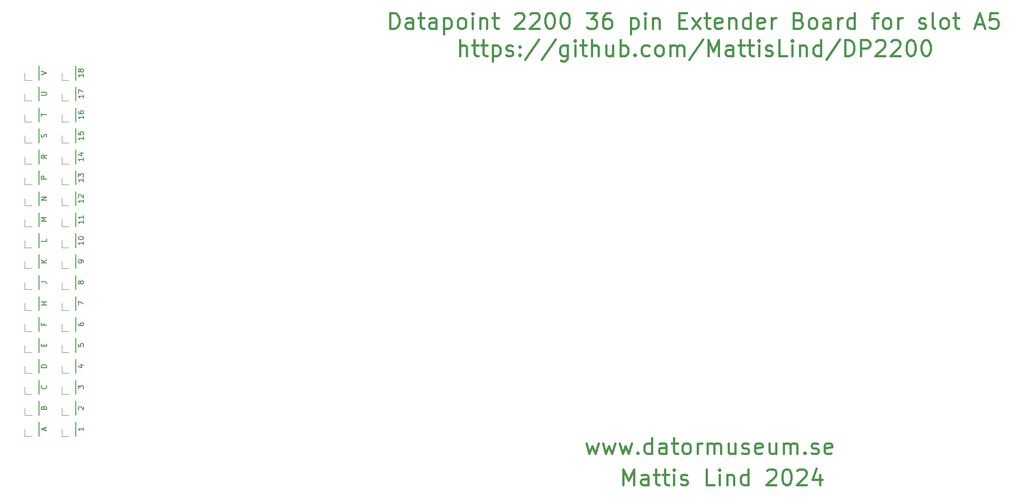
<source format=gbr>
%TF.GenerationSoftware,KiCad,Pcbnew,8.0.2*%
%TF.CreationDate,2024-05-25T20:43:41+02:00*%
%TF.ProjectId,Extender_36pin,45787465-6e64-4657-925f-333670696e2e,rev?*%
%TF.SameCoordinates,Original*%
%TF.FileFunction,Legend,Top*%
%TF.FilePolarity,Positive*%
%FSLAX46Y46*%
G04 Gerber Fmt 4.6, Leading zero omitted, Abs format (unit mm)*
G04 Created by KiCad (PCBNEW 8.0.2) date 2024-05-25 20:43:41*
%MOMM*%
%LPD*%
G01*
G04 APERTURE LIST*
%ADD10C,0.400000*%
%ADD11C,0.150000*%
%ADD12C,0.120000*%
G04 APERTURE END LIST*
D10*
X189727442Y-177602057D02*
X189727442Y-174602057D01*
X189727442Y-174602057D02*
X190727442Y-176744914D01*
X190727442Y-176744914D02*
X191727442Y-174602057D01*
X191727442Y-174602057D02*
X191727442Y-177602057D01*
X194441728Y-177602057D02*
X194441728Y-176030628D01*
X194441728Y-176030628D02*
X194298870Y-175744914D01*
X194298870Y-175744914D02*
X194013156Y-175602057D01*
X194013156Y-175602057D02*
X193441728Y-175602057D01*
X193441728Y-175602057D02*
X193156013Y-175744914D01*
X194441728Y-177459200D02*
X194156013Y-177602057D01*
X194156013Y-177602057D02*
X193441728Y-177602057D01*
X193441728Y-177602057D02*
X193156013Y-177459200D01*
X193156013Y-177459200D02*
X193013156Y-177173485D01*
X193013156Y-177173485D02*
X193013156Y-176887771D01*
X193013156Y-176887771D02*
X193156013Y-176602057D01*
X193156013Y-176602057D02*
X193441728Y-176459200D01*
X193441728Y-176459200D02*
X194156013Y-176459200D01*
X194156013Y-176459200D02*
X194441728Y-176316342D01*
X195441728Y-175602057D02*
X196584585Y-175602057D01*
X195870299Y-174602057D02*
X195870299Y-177173485D01*
X195870299Y-177173485D02*
X196013156Y-177459200D01*
X196013156Y-177459200D02*
X196298871Y-177602057D01*
X196298871Y-177602057D02*
X196584585Y-177602057D01*
X197156014Y-175602057D02*
X198298871Y-175602057D01*
X197584585Y-174602057D02*
X197584585Y-177173485D01*
X197584585Y-177173485D02*
X197727442Y-177459200D01*
X197727442Y-177459200D02*
X198013157Y-177602057D01*
X198013157Y-177602057D02*
X198298871Y-177602057D01*
X199298871Y-177602057D02*
X199298871Y-175602057D01*
X199298871Y-174602057D02*
X199156014Y-174744914D01*
X199156014Y-174744914D02*
X199298871Y-174887771D01*
X199298871Y-174887771D02*
X199441728Y-174744914D01*
X199441728Y-174744914D02*
X199298871Y-174602057D01*
X199298871Y-174602057D02*
X199298871Y-174887771D01*
X200584585Y-177459200D02*
X200870299Y-177602057D01*
X200870299Y-177602057D02*
X201441728Y-177602057D01*
X201441728Y-177602057D02*
X201727442Y-177459200D01*
X201727442Y-177459200D02*
X201870299Y-177173485D01*
X201870299Y-177173485D02*
X201870299Y-177030628D01*
X201870299Y-177030628D02*
X201727442Y-176744914D01*
X201727442Y-176744914D02*
X201441728Y-176602057D01*
X201441728Y-176602057D02*
X201013157Y-176602057D01*
X201013157Y-176602057D02*
X200727442Y-176459200D01*
X200727442Y-176459200D02*
X200584585Y-176173485D01*
X200584585Y-176173485D02*
X200584585Y-176030628D01*
X200584585Y-176030628D02*
X200727442Y-175744914D01*
X200727442Y-175744914D02*
X201013157Y-175602057D01*
X201013157Y-175602057D02*
X201441728Y-175602057D01*
X201441728Y-175602057D02*
X201727442Y-175744914D01*
X206870299Y-177602057D02*
X205441727Y-177602057D01*
X205441727Y-177602057D02*
X205441727Y-174602057D01*
X207870298Y-177602057D02*
X207870298Y-175602057D01*
X207870298Y-174602057D02*
X207727441Y-174744914D01*
X207727441Y-174744914D02*
X207870298Y-174887771D01*
X207870298Y-174887771D02*
X208013155Y-174744914D01*
X208013155Y-174744914D02*
X207870298Y-174602057D01*
X207870298Y-174602057D02*
X207870298Y-174887771D01*
X209298869Y-175602057D02*
X209298869Y-177602057D01*
X209298869Y-175887771D02*
X209441726Y-175744914D01*
X209441726Y-175744914D02*
X209727441Y-175602057D01*
X209727441Y-175602057D02*
X210156012Y-175602057D01*
X210156012Y-175602057D02*
X210441726Y-175744914D01*
X210441726Y-175744914D02*
X210584584Y-176030628D01*
X210584584Y-176030628D02*
X210584584Y-177602057D01*
X213298870Y-177602057D02*
X213298870Y-174602057D01*
X213298870Y-177459200D02*
X213013155Y-177602057D01*
X213013155Y-177602057D02*
X212441727Y-177602057D01*
X212441727Y-177602057D02*
X212156012Y-177459200D01*
X212156012Y-177459200D02*
X212013155Y-177316342D01*
X212013155Y-177316342D02*
X211870298Y-177030628D01*
X211870298Y-177030628D02*
X211870298Y-176173485D01*
X211870298Y-176173485D02*
X212013155Y-175887771D01*
X212013155Y-175887771D02*
X212156012Y-175744914D01*
X212156012Y-175744914D02*
X212441727Y-175602057D01*
X212441727Y-175602057D02*
X213013155Y-175602057D01*
X213013155Y-175602057D02*
X213298870Y-175744914D01*
X216870298Y-174887771D02*
X217013155Y-174744914D01*
X217013155Y-174744914D02*
X217298870Y-174602057D01*
X217298870Y-174602057D02*
X218013155Y-174602057D01*
X218013155Y-174602057D02*
X218298870Y-174744914D01*
X218298870Y-174744914D02*
X218441727Y-174887771D01*
X218441727Y-174887771D02*
X218584584Y-175173485D01*
X218584584Y-175173485D02*
X218584584Y-175459200D01*
X218584584Y-175459200D02*
X218441727Y-175887771D01*
X218441727Y-175887771D02*
X216727441Y-177602057D01*
X216727441Y-177602057D02*
X218584584Y-177602057D01*
X220441727Y-174602057D02*
X220727441Y-174602057D01*
X220727441Y-174602057D02*
X221013155Y-174744914D01*
X221013155Y-174744914D02*
X221156013Y-174887771D01*
X221156013Y-174887771D02*
X221298870Y-175173485D01*
X221298870Y-175173485D02*
X221441727Y-175744914D01*
X221441727Y-175744914D02*
X221441727Y-176459200D01*
X221441727Y-176459200D02*
X221298870Y-177030628D01*
X221298870Y-177030628D02*
X221156013Y-177316342D01*
X221156013Y-177316342D02*
X221013155Y-177459200D01*
X221013155Y-177459200D02*
X220727441Y-177602057D01*
X220727441Y-177602057D02*
X220441727Y-177602057D01*
X220441727Y-177602057D02*
X220156013Y-177459200D01*
X220156013Y-177459200D02*
X220013155Y-177316342D01*
X220013155Y-177316342D02*
X219870298Y-177030628D01*
X219870298Y-177030628D02*
X219727441Y-176459200D01*
X219727441Y-176459200D02*
X219727441Y-175744914D01*
X219727441Y-175744914D02*
X219870298Y-175173485D01*
X219870298Y-175173485D02*
X220013155Y-174887771D01*
X220013155Y-174887771D02*
X220156013Y-174744914D01*
X220156013Y-174744914D02*
X220441727Y-174602057D01*
X222584584Y-174887771D02*
X222727441Y-174744914D01*
X222727441Y-174744914D02*
X223013156Y-174602057D01*
X223013156Y-174602057D02*
X223727441Y-174602057D01*
X223727441Y-174602057D02*
X224013156Y-174744914D01*
X224013156Y-174744914D02*
X224156013Y-174887771D01*
X224156013Y-174887771D02*
X224298870Y-175173485D01*
X224298870Y-175173485D02*
X224298870Y-175459200D01*
X224298870Y-175459200D02*
X224156013Y-175887771D01*
X224156013Y-175887771D02*
X222441727Y-177602057D01*
X222441727Y-177602057D02*
X224298870Y-177602057D01*
X226870299Y-175602057D02*
X226870299Y-177602057D01*
X226156013Y-174459200D02*
X225441727Y-176602057D01*
X225441727Y-176602057D02*
X227298870Y-176602057D01*
X182711728Y-169682057D02*
X183283157Y-171682057D01*
X183283157Y-171682057D02*
X183854585Y-170253485D01*
X183854585Y-170253485D02*
X184426014Y-171682057D01*
X184426014Y-171682057D02*
X184997442Y-169682057D01*
X185854585Y-169682057D02*
X186426014Y-171682057D01*
X186426014Y-171682057D02*
X186997442Y-170253485D01*
X186997442Y-170253485D02*
X187568871Y-171682057D01*
X187568871Y-171682057D02*
X188140299Y-169682057D01*
X188997442Y-169682057D02*
X189568871Y-171682057D01*
X189568871Y-171682057D02*
X190140299Y-170253485D01*
X190140299Y-170253485D02*
X190711728Y-171682057D01*
X190711728Y-171682057D02*
X191283156Y-169682057D01*
X192426013Y-171396342D02*
X192568870Y-171539200D01*
X192568870Y-171539200D02*
X192426013Y-171682057D01*
X192426013Y-171682057D02*
X192283156Y-171539200D01*
X192283156Y-171539200D02*
X192426013Y-171396342D01*
X192426013Y-171396342D02*
X192426013Y-171682057D01*
X195140299Y-171682057D02*
X195140299Y-168682057D01*
X195140299Y-171539200D02*
X194854584Y-171682057D01*
X194854584Y-171682057D02*
X194283156Y-171682057D01*
X194283156Y-171682057D02*
X193997441Y-171539200D01*
X193997441Y-171539200D02*
X193854584Y-171396342D01*
X193854584Y-171396342D02*
X193711727Y-171110628D01*
X193711727Y-171110628D02*
X193711727Y-170253485D01*
X193711727Y-170253485D02*
X193854584Y-169967771D01*
X193854584Y-169967771D02*
X193997441Y-169824914D01*
X193997441Y-169824914D02*
X194283156Y-169682057D01*
X194283156Y-169682057D02*
X194854584Y-169682057D01*
X194854584Y-169682057D02*
X195140299Y-169824914D01*
X197854585Y-171682057D02*
X197854585Y-170110628D01*
X197854585Y-170110628D02*
X197711727Y-169824914D01*
X197711727Y-169824914D02*
X197426013Y-169682057D01*
X197426013Y-169682057D02*
X196854585Y-169682057D01*
X196854585Y-169682057D02*
X196568870Y-169824914D01*
X197854585Y-171539200D02*
X197568870Y-171682057D01*
X197568870Y-171682057D02*
X196854585Y-171682057D01*
X196854585Y-171682057D02*
X196568870Y-171539200D01*
X196568870Y-171539200D02*
X196426013Y-171253485D01*
X196426013Y-171253485D02*
X196426013Y-170967771D01*
X196426013Y-170967771D02*
X196568870Y-170682057D01*
X196568870Y-170682057D02*
X196854585Y-170539200D01*
X196854585Y-170539200D02*
X197568870Y-170539200D01*
X197568870Y-170539200D02*
X197854585Y-170396342D01*
X198854585Y-169682057D02*
X199997442Y-169682057D01*
X199283156Y-168682057D02*
X199283156Y-171253485D01*
X199283156Y-171253485D02*
X199426013Y-171539200D01*
X199426013Y-171539200D02*
X199711728Y-171682057D01*
X199711728Y-171682057D02*
X199997442Y-171682057D01*
X201426014Y-171682057D02*
X201140299Y-171539200D01*
X201140299Y-171539200D02*
X200997442Y-171396342D01*
X200997442Y-171396342D02*
X200854585Y-171110628D01*
X200854585Y-171110628D02*
X200854585Y-170253485D01*
X200854585Y-170253485D02*
X200997442Y-169967771D01*
X200997442Y-169967771D02*
X201140299Y-169824914D01*
X201140299Y-169824914D02*
X201426014Y-169682057D01*
X201426014Y-169682057D02*
X201854585Y-169682057D01*
X201854585Y-169682057D02*
X202140299Y-169824914D01*
X202140299Y-169824914D02*
X202283157Y-169967771D01*
X202283157Y-169967771D02*
X202426014Y-170253485D01*
X202426014Y-170253485D02*
X202426014Y-171110628D01*
X202426014Y-171110628D02*
X202283157Y-171396342D01*
X202283157Y-171396342D02*
X202140299Y-171539200D01*
X202140299Y-171539200D02*
X201854585Y-171682057D01*
X201854585Y-171682057D02*
X201426014Y-171682057D01*
X203711728Y-171682057D02*
X203711728Y-169682057D01*
X203711728Y-170253485D02*
X203854585Y-169967771D01*
X203854585Y-169967771D02*
X203997443Y-169824914D01*
X203997443Y-169824914D02*
X204283157Y-169682057D01*
X204283157Y-169682057D02*
X204568871Y-169682057D01*
X205568871Y-171682057D02*
X205568871Y-169682057D01*
X205568871Y-169967771D02*
X205711728Y-169824914D01*
X205711728Y-169824914D02*
X205997443Y-169682057D01*
X205997443Y-169682057D02*
X206426014Y-169682057D01*
X206426014Y-169682057D02*
X206711728Y-169824914D01*
X206711728Y-169824914D02*
X206854586Y-170110628D01*
X206854586Y-170110628D02*
X206854586Y-171682057D01*
X206854586Y-170110628D02*
X206997443Y-169824914D01*
X206997443Y-169824914D02*
X207283157Y-169682057D01*
X207283157Y-169682057D02*
X207711728Y-169682057D01*
X207711728Y-169682057D02*
X207997443Y-169824914D01*
X207997443Y-169824914D02*
X208140300Y-170110628D01*
X208140300Y-170110628D02*
X208140300Y-171682057D01*
X210854586Y-169682057D02*
X210854586Y-171682057D01*
X209568871Y-169682057D02*
X209568871Y-171253485D01*
X209568871Y-171253485D02*
X209711728Y-171539200D01*
X209711728Y-171539200D02*
X209997443Y-171682057D01*
X209997443Y-171682057D02*
X210426014Y-171682057D01*
X210426014Y-171682057D02*
X210711728Y-171539200D01*
X210711728Y-171539200D02*
X210854586Y-171396342D01*
X212140300Y-171539200D02*
X212426014Y-171682057D01*
X212426014Y-171682057D02*
X212997443Y-171682057D01*
X212997443Y-171682057D02*
X213283157Y-171539200D01*
X213283157Y-171539200D02*
X213426014Y-171253485D01*
X213426014Y-171253485D02*
X213426014Y-171110628D01*
X213426014Y-171110628D02*
X213283157Y-170824914D01*
X213283157Y-170824914D02*
X212997443Y-170682057D01*
X212997443Y-170682057D02*
X212568872Y-170682057D01*
X212568872Y-170682057D02*
X212283157Y-170539200D01*
X212283157Y-170539200D02*
X212140300Y-170253485D01*
X212140300Y-170253485D02*
X212140300Y-170110628D01*
X212140300Y-170110628D02*
X212283157Y-169824914D01*
X212283157Y-169824914D02*
X212568872Y-169682057D01*
X212568872Y-169682057D02*
X212997443Y-169682057D01*
X212997443Y-169682057D02*
X213283157Y-169824914D01*
X215854585Y-171539200D02*
X215568871Y-171682057D01*
X215568871Y-171682057D02*
X214997443Y-171682057D01*
X214997443Y-171682057D02*
X214711728Y-171539200D01*
X214711728Y-171539200D02*
X214568871Y-171253485D01*
X214568871Y-171253485D02*
X214568871Y-170110628D01*
X214568871Y-170110628D02*
X214711728Y-169824914D01*
X214711728Y-169824914D02*
X214997443Y-169682057D01*
X214997443Y-169682057D02*
X215568871Y-169682057D01*
X215568871Y-169682057D02*
X215854585Y-169824914D01*
X215854585Y-169824914D02*
X215997443Y-170110628D01*
X215997443Y-170110628D02*
X215997443Y-170396342D01*
X215997443Y-170396342D02*
X214568871Y-170682057D01*
X218568872Y-169682057D02*
X218568872Y-171682057D01*
X217283157Y-169682057D02*
X217283157Y-171253485D01*
X217283157Y-171253485D02*
X217426014Y-171539200D01*
X217426014Y-171539200D02*
X217711729Y-171682057D01*
X217711729Y-171682057D02*
X218140300Y-171682057D01*
X218140300Y-171682057D02*
X218426014Y-171539200D01*
X218426014Y-171539200D02*
X218568872Y-171396342D01*
X219997443Y-171682057D02*
X219997443Y-169682057D01*
X219997443Y-169967771D02*
X220140300Y-169824914D01*
X220140300Y-169824914D02*
X220426015Y-169682057D01*
X220426015Y-169682057D02*
X220854586Y-169682057D01*
X220854586Y-169682057D02*
X221140300Y-169824914D01*
X221140300Y-169824914D02*
X221283158Y-170110628D01*
X221283158Y-170110628D02*
X221283158Y-171682057D01*
X221283158Y-170110628D02*
X221426015Y-169824914D01*
X221426015Y-169824914D02*
X221711729Y-169682057D01*
X221711729Y-169682057D02*
X222140300Y-169682057D01*
X222140300Y-169682057D02*
X222426015Y-169824914D01*
X222426015Y-169824914D02*
X222568872Y-170110628D01*
X222568872Y-170110628D02*
X222568872Y-171682057D01*
X223997443Y-171396342D02*
X224140300Y-171539200D01*
X224140300Y-171539200D02*
X223997443Y-171682057D01*
X223997443Y-171682057D02*
X223854586Y-171539200D01*
X223854586Y-171539200D02*
X223997443Y-171396342D01*
X223997443Y-171396342D02*
X223997443Y-171682057D01*
X225283157Y-171539200D02*
X225568871Y-171682057D01*
X225568871Y-171682057D02*
X226140300Y-171682057D01*
X226140300Y-171682057D02*
X226426014Y-171539200D01*
X226426014Y-171539200D02*
X226568871Y-171253485D01*
X226568871Y-171253485D02*
X226568871Y-171110628D01*
X226568871Y-171110628D02*
X226426014Y-170824914D01*
X226426014Y-170824914D02*
X226140300Y-170682057D01*
X226140300Y-170682057D02*
X225711729Y-170682057D01*
X225711729Y-170682057D02*
X225426014Y-170539200D01*
X225426014Y-170539200D02*
X225283157Y-170253485D01*
X225283157Y-170253485D02*
X225283157Y-170110628D01*
X225283157Y-170110628D02*
X225426014Y-169824914D01*
X225426014Y-169824914D02*
X225711729Y-169682057D01*
X225711729Y-169682057D02*
X226140300Y-169682057D01*
X226140300Y-169682057D02*
X226426014Y-169824914D01*
X228997442Y-171539200D02*
X228711728Y-171682057D01*
X228711728Y-171682057D02*
X228140300Y-171682057D01*
X228140300Y-171682057D02*
X227854585Y-171539200D01*
X227854585Y-171539200D02*
X227711728Y-171253485D01*
X227711728Y-171253485D02*
X227711728Y-170110628D01*
X227711728Y-170110628D02*
X227854585Y-169824914D01*
X227854585Y-169824914D02*
X228140300Y-169682057D01*
X228140300Y-169682057D02*
X228711728Y-169682057D01*
X228711728Y-169682057D02*
X228997442Y-169824914D01*
X228997442Y-169824914D02*
X229140300Y-170110628D01*
X229140300Y-170110628D02*
X229140300Y-170396342D01*
X229140300Y-170396342D02*
X227711728Y-170682057D01*
X158887442Y-96462057D02*
X158887442Y-93462057D01*
X160173157Y-96462057D02*
X160173157Y-94890628D01*
X160173157Y-94890628D02*
X160030299Y-94604914D01*
X160030299Y-94604914D02*
X159744585Y-94462057D01*
X159744585Y-94462057D02*
X159316014Y-94462057D01*
X159316014Y-94462057D02*
X159030299Y-94604914D01*
X159030299Y-94604914D02*
X158887442Y-94747771D01*
X161173157Y-94462057D02*
X162316014Y-94462057D01*
X161601728Y-93462057D02*
X161601728Y-96033485D01*
X161601728Y-96033485D02*
X161744585Y-96319200D01*
X161744585Y-96319200D02*
X162030300Y-96462057D01*
X162030300Y-96462057D02*
X162316014Y-96462057D01*
X162887443Y-94462057D02*
X164030300Y-94462057D01*
X163316014Y-93462057D02*
X163316014Y-96033485D01*
X163316014Y-96033485D02*
X163458871Y-96319200D01*
X163458871Y-96319200D02*
X163744586Y-96462057D01*
X163744586Y-96462057D02*
X164030300Y-96462057D01*
X165030300Y-94462057D02*
X165030300Y-97462057D01*
X165030300Y-94604914D02*
X165316015Y-94462057D01*
X165316015Y-94462057D02*
X165887443Y-94462057D01*
X165887443Y-94462057D02*
X166173157Y-94604914D01*
X166173157Y-94604914D02*
X166316015Y-94747771D01*
X166316015Y-94747771D02*
X166458872Y-95033485D01*
X166458872Y-95033485D02*
X166458872Y-95890628D01*
X166458872Y-95890628D02*
X166316015Y-96176342D01*
X166316015Y-96176342D02*
X166173157Y-96319200D01*
X166173157Y-96319200D02*
X165887443Y-96462057D01*
X165887443Y-96462057D02*
X165316015Y-96462057D01*
X165316015Y-96462057D02*
X165030300Y-96319200D01*
X167601729Y-96319200D02*
X167887443Y-96462057D01*
X167887443Y-96462057D02*
X168458872Y-96462057D01*
X168458872Y-96462057D02*
X168744586Y-96319200D01*
X168744586Y-96319200D02*
X168887443Y-96033485D01*
X168887443Y-96033485D02*
X168887443Y-95890628D01*
X168887443Y-95890628D02*
X168744586Y-95604914D01*
X168744586Y-95604914D02*
X168458872Y-95462057D01*
X168458872Y-95462057D02*
X168030301Y-95462057D01*
X168030301Y-95462057D02*
X167744586Y-95319200D01*
X167744586Y-95319200D02*
X167601729Y-95033485D01*
X167601729Y-95033485D02*
X167601729Y-94890628D01*
X167601729Y-94890628D02*
X167744586Y-94604914D01*
X167744586Y-94604914D02*
X168030301Y-94462057D01*
X168030301Y-94462057D02*
X168458872Y-94462057D01*
X168458872Y-94462057D02*
X168744586Y-94604914D01*
X170173157Y-96176342D02*
X170316014Y-96319200D01*
X170316014Y-96319200D02*
X170173157Y-96462057D01*
X170173157Y-96462057D02*
X170030300Y-96319200D01*
X170030300Y-96319200D02*
X170173157Y-96176342D01*
X170173157Y-96176342D02*
X170173157Y-96462057D01*
X170173157Y-94604914D02*
X170316014Y-94747771D01*
X170316014Y-94747771D02*
X170173157Y-94890628D01*
X170173157Y-94890628D02*
X170030300Y-94747771D01*
X170030300Y-94747771D02*
X170173157Y-94604914D01*
X170173157Y-94604914D02*
X170173157Y-94890628D01*
X173744585Y-93319200D02*
X171173157Y-97176342D01*
X176887442Y-93319200D02*
X174316014Y-97176342D01*
X179173157Y-94462057D02*
X179173157Y-96890628D01*
X179173157Y-96890628D02*
X179030299Y-97176342D01*
X179030299Y-97176342D02*
X178887442Y-97319200D01*
X178887442Y-97319200D02*
X178601728Y-97462057D01*
X178601728Y-97462057D02*
X178173157Y-97462057D01*
X178173157Y-97462057D02*
X177887442Y-97319200D01*
X179173157Y-96319200D02*
X178887442Y-96462057D01*
X178887442Y-96462057D02*
X178316014Y-96462057D01*
X178316014Y-96462057D02*
X178030299Y-96319200D01*
X178030299Y-96319200D02*
X177887442Y-96176342D01*
X177887442Y-96176342D02*
X177744585Y-95890628D01*
X177744585Y-95890628D02*
X177744585Y-95033485D01*
X177744585Y-95033485D02*
X177887442Y-94747771D01*
X177887442Y-94747771D02*
X178030299Y-94604914D01*
X178030299Y-94604914D02*
X178316014Y-94462057D01*
X178316014Y-94462057D02*
X178887442Y-94462057D01*
X178887442Y-94462057D02*
X179173157Y-94604914D01*
X180601728Y-96462057D02*
X180601728Y-94462057D01*
X180601728Y-93462057D02*
X180458871Y-93604914D01*
X180458871Y-93604914D02*
X180601728Y-93747771D01*
X180601728Y-93747771D02*
X180744585Y-93604914D01*
X180744585Y-93604914D02*
X180601728Y-93462057D01*
X180601728Y-93462057D02*
X180601728Y-93747771D01*
X181601728Y-94462057D02*
X182744585Y-94462057D01*
X182030299Y-93462057D02*
X182030299Y-96033485D01*
X182030299Y-96033485D02*
X182173156Y-96319200D01*
X182173156Y-96319200D02*
X182458871Y-96462057D01*
X182458871Y-96462057D02*
X182744585Y-96462057D01*
X183744585Y-96462057D02*
X183744585Y-93462057D01*
X185030300Y-96462057D02*
X185030300Y-94890628D01*
X185030300Y-94890628D02*
X184887442Y-94604914D01*
X184887442Y-94604914D02*
X184601728Y-94462057D01*
X184601728Y-94462057D02*
X184173157Y-94462057D01*
X184173157Y-94462057D02*
X183887442Y-94604914D01*
X183887442Y-94604914D02*
X183744585Y-94747771D01*
X187744586Y-94462057D02*
X187744586Y-96462057D01*
X186458871Y-94462057D02*
X186458871Y-96033485D01*
X186458871Y-96033485D02*
X186601728Y-96319200D01*
X186601728Y-96319200D02*
X186887443Y-96462057D01*
X186887443Y-96462057D02*
X187316014Y-96462057D01*
X187316014Y-96462057D02*
X187601728Y-96319200D01*
X187601728Y-96319200D02*
X187744586Y-96176342D01*
X189173157Y-96462057D02*
X189173157Y-93462057D01*
X189173157Y-94604914D02*
X189458872Y-94462057D01*
X189458872Y-94462057D02*
X190030300Y-94462057D01*
X190030300Y-94462057D02*
X190316014Y-94604914D01*
X190316014Y-94604914D02*
X190458872Y-94747771D01*
X190458872Y-94747771D02*
X190601729Y-95033485D01*
X190601729Y-95033485D02*
X190601729Y-95890628D01*
X190601729Y-95890628D02*
X190458872Y-96176342D01*
X190458872Y-96176342D02*
X190316014Y-96319200D01*
X190316014Y-96319200D02*
X190030300Y-96462057D01*
X190030300Y-96462057D02*
X189458872Y-96462057D01*
X189458872Y-96462057D02*
X189173157Y-96319200D01*
X191887443Y-96176342D02*
X192030300Y-96319200D01*
X192030300Y-96319200D02*
X191887443Y-96462057D01*
X191887443Y-96462057D02*
X191744586Y-96319200D01*
X191744586Y-96319200D02*
X191887443Y-96176342D01*
X191887443Y-96176342D02*
X191887443Y-96462057D01*
X194601729Y-96319200D02*
X194316014Y-96462057D01*
X194316014Y-96462057D02*
X193744586Y-96462057D01*
X193744586Y-96462057D02*
X193458871Y-96319200D01*
X193458871Y-96319200D02*
X193316014Y-96176342D01*
X193316014Y-96176342D02*
X193173157Y-95890628D01*
X193173157Y-95890628D02*
X193173157Y-95033485D01*
X193173157Y-95033485D02*
X193316014Y-94747771D01*
X193316014Y-94747771D02*
X193458871Y-94604914D01*
X193458871Y-94604914D02*
X193744586Y-94462057D01*
X193744586Y-94462057D02*
X194316014Y-94462057D01*
X194316014Y-94462057D02*
X194601729Y-94604914D01*
X196316015Y-96462057D02*
X196030300Y-96319200D01*
X196030300Y-96319200D02*
X195887443Y-96176342D01*
X195887443Y-96176342D02*
X195744586Y-95890628D01*
X195744586Y-95890628D02*
X195744586Y-95033485D01*
X195744586Y-95033485D02*
X195887443Y-94747771D01*
X195887443Y-94747771D02*
X196030300Y-94604914D01*
X196030300Y-94604914D02*
X196316015Y-94462057D01*
X196316015Y-94462057D02*
X196744586Y-94462057D01*
X196744586Y-94462057D02*
X197030300Y-94604914D01*
X197030300Y-94604914D02*
X197173158Y-94747771D01*
X197173158Y-94747771D02*
X197316015Y-95033485D01*
X197316015Y-95033485D02*
X197316015Y-95890628D01*
X197316015Y-95890628D02*
X197173158Y-96176342D01*
X197173158Y-96176342D02*
X197030300Y-96319200D01*
X197030300Y-96319200D02*
X196744586Y-96462057D01*
X196744586Y-96462057D02*
X196316015Y-96462057D01*
X198601729Y-96462057D02*
X198601729Y-94462057D01*
X198601729Y-94747771D02*
X198744586Y-94604914D01*
X198744586Y-94604914D02*
X199030301Y-94462057D01*
X199030301Y-94462057D02*
X199458872Y-94462057D01*
X199458872Y-94462057D02*
X199744586Y-94604914D01*
X199744586Y-94604914D02*
X199887444Y-94890628D01*
X199887444Y-94890628D02*
X199887444Y-96462057D01*
X199887444Y-94890628D02*
X200030301Y-94604914D01*
X200030301Y-94604914D02*
X200316015Y-94462057D01*
X200316015Y-94462057D02*
X200744586Y-94462057D01*
X200744586Y-94462057D02*
X201030301Y-94604914D01*
X201030301Y-94604914D02*
X201173158Y-94890628D01*
X201173158Y-94890628D02*
X201173158Y-96462057D01*
X204744586Y-93319200D02*
X202173158Y-97176342D01*
X205744586Y-96462057D02*
X205744586Y-93462057D01*
X205744586Y-93462057D02*
X206744586Y-95604914D01*
X206744586Y-95604914D02*
X207744586Y-93462057D01*
X207744586Y-93462057D02*
X207744586Y-96462057D01*
X210458872Y-96462057D02*
X210458872Y-94890628D01*
X210458872Y-94890628D02*
X210316014Y-94604914D01*
X210316014Y-94604914D02*
X210030300Y-94462057D01*
X210030300Y-94462057D02*
X209458872Y-94462057D01*
X209458872Y-94462057D02*
X209173157Y-94604914D01*
X210458872Y-96319200D02*
X210173157Y-96462057D01*
X210173157Y-96462057D02*
X209458872Y-96462057D01*
X209458872Y-96462057D02*
X209173157Y-96319200D01*
X209173157Y-96319200D02*
X209030300Y-96033485D01*
X209030300Y-96033485D02*
X209030300Y-95747771D01*
X209030300Y-95747771D02*
X209173157Y-95462057D01*
X209173157Y-95462057D02*
X209458872Y-95319200D01*
X209458872Y-95319200D02*
X210173157Y-95319200D01*
X210173157Y-95319200D02*
X210458872Y-95176342D01*
X211458872Y-94462057D02*
X212601729Y-94462057D01*
X211887443Y-93462057D02*
X211887443Y-96033485D01*
X211887443Y-96033485D02*
X212030300Y-96319200D01*
X212030300Y-96319200D02*
X212316015Y-96462057D01*
X212316015Y-96462057D02*
X212601729Y-96462057D01*
X213173158Y-94462057D02*
X214316015Y-94462057D01*
X213601729Y-93462057D02*
X213601729Y-96033485D01*
X213601729Y-96033485D02*
X213744586Y-96319200D01*
X213744586Y-96319200D02*
X214030301Y-96462057D01*
X214030301Y-96462057D02*
X214316015Y-96462057D01*
X215316015Y-96462057D02*
X215316015Y-94462057D01*
X215316015Y-93462057D02*
X215173158Y-93604914D01*
X215173158Y-93604914D02*
X215316015Y-93747771D01*
X215316015Y-93747771D02*
X215458872Y-93604914D01*
X215458872Y-93604914D02*
X215316015Y-93462057D01*
X215316015Y-93462057D02*
X215316015Y-93747771D01*
X216601729Y-96319200D02*
X216887443Y-96462057D01*
X216887443Y-96462057D02*
X217458872Y-96462057D01*
X217458872Y-96462057D02*
X217744586Y-96319200D01*
X217744586Y-96319200D02*
X217887443Y-96033485D01*
X217887443Y-96033485D02*
X217887443Y-95890628D01*
X217887443Y-95890628D02*
X217744586Y-95604914D01*
X217744586Y-95604914D02*
X217458872Y-95462057D01*
X217458872Y-95462057D02*
X217030301Y-95462057D01*
X217030301Y-95462057D02*
X216744586Y-95319200D01*
X216744586Y-95319200D02*
X216601729Y-95033485D01*
X216601729Y-95033485D02*
X216601729Y-94890628D01*
X216601729Y-94890628D02*
X216744586Y-94604914D01*
X216744586Y-94604914D02*
X217030301Y-94462057D01*
X217030301Y-94462057D02*
X217458872Y-94462057D01*
X217458872Y-94462057D02*
X217744586Y-94604914D01*
X220601729Y-96462057D02*
X219173157Y-96462057D01*
X219173157Y-96462057D02*
X219173157Y-93462057D01*
X221601728Y-96462057D02*
X221601728Y-94462057D01*
X221601728Y-93462057D02*
X221458871Y-93604914D01*
X221458871Y-93604914D02*
X221601728Y-93747771D01*
X221601728Y-93747771D02*
X221744585Y-93604914D01*
X221744585Y-93604914D02*
X221601728Y-93462057D01*
X221601728Y-93462057D02*
X221601728Y-93747771D01*
X223030299Y-94462057D02*
X223030299Y-96462057D01*
X223030299Y-94747771D02*
X223173156Y-94604914D01*
X223173156Y-94604914D02*
X223458871Y-94462057D01*
X223458871Y-94462057D02*
X223887442Y-94462057D01*
X223887442Y-94462057D02*
X224173156Y-94604914D01*
X224173156Y-94604914D02*
X224316014Y-94890628D01*
X224316014Y-94890628D02*
X224316014Y-96462057D01*
X227030300Y-96462057D02*
X227030300Y-93462057D01*
X227030300Y-96319200D02*
X226744585Y-96462057D01*
X226744585Y-96462057D02*
X226173157Y-96462057D01*
X226173157Y-96462057D02*
X225887442Y-96319200D01*
X225887442Y-96319200D02*
X225744585Y-96176342D01*
X225744585Y-96176342D02*
X225601728Y-95890628D01*
X225601728Y-95890628D02*
X225601728Y-95033485D01*
X225601728Y-95033485D02*
X225744585Y-94747771D01*
X225744585Y-94747771D02*
X225887442Y-94604914D01*
X225887442Y-94604914D02*
X226173157Y-94462057D01*
X226173157Y-94462057D02*
X226744585Y-94462057D01*
X226744585Y-94462057D02*
X227030300Y-94604914D01*
X230601728Y-93319200D02*
X228030300Y-97176342D01*
X231601728Y-96462057D02*
X231601728Y-93462057D01*
X231601728Y-93462057D02*
X232316014Y-93462057D01*
X232316014Y-93462057D02*
X232744585Y-93604914D01*
X232744585Y-93604914D02*
X233030300Y-93890628D01*
X233030300Y-93890628D02*
X233173157Y-94176342D01*
X233173157Y-94176342D02*
X233316014Y-94747771D01*
X233316014Y-94747771D02*
X233316014Y-95176342D01*
X233316014Y-95176342D02*
X233173157Y-95747771D01*
X233173157Y-95747771D02*
X233030300Y-96033485D01*
X233030300Y-96033485D02*
X232744585Y-96319200D01*
X232744585Y-96319200D02*
X232316014Y-96462057D01*
X232316014Y-96462057D02*
X231601728Y-96462057D01*
X234601728Y-96462057D02*
X234601728Y-93462057D01*
X234601728Y-93462057D02*
X235744585Y-93462057D01*
X235744585Y-93462057D02*
X236030300Y-93604914D01*
X236030300Y-93604914D02*
X236173157Y-93747771D01*
X236173157Y-93747771D02*
X236316014Y-94033485D01*
X236316014Y-94033485D02*
X236316014Y-94462057D01*
X236316014Y-94462057D02*
X236173157Y-94747771D01*
X236173157Y-94747771D02*
X236030300Y-94890628D01*
X236030300Y-94890628D02*
X235744585Y-95033485D01*
X235744585Y-95033485D02*
X234601728Y-95033485D01*
X237458871Y-93747771D02*
X237601728Y-93604914D01*
X237601728Y-93604914D02*
X237887443Y-93462057D01*
X237887443Y-93462057D02*
X238601728Y-93462057D01*
X238601728Y-93462057D02*
X238887443Y-93604914D01*
X238887443Y-93604914D02*
X239030300Y-93747771D01*
X239030300Y-93747771D02*
X239173157Y-94033485D01*
X239173157Y-94033485D02*
X239173157Y-94319200D01*
X239173157Y-94319200D02*
X239030300Y-94747771D01*
X239030300Y-94747771D02*
X237316014Y-96462057D01*
X237316014Y-96462057D02*
X239173157Y-96462057D01*
X240316014Y-93747771D02*
X240458871Y-93604914D01*
X240458871Y-93604914D02*
X240744586Y-93462057D01*
X240744586Y-93462057D02*
X241458871Y-93462057D01*
X241458871Y-93462057D02*
X241744586Y-93604914D01*
X241744586Y-93604914D02*
X241887443Y-93747771D01*
X241887443Y-93747771D02*
X242030300Y-94033485D01*
X242030300Y-94033485D02*
X242030300Y-94319200D01*
X242030300Y-94319200D02*
X241887443Y-94747771D01*
X241887443Y-94747771D02*
X240173157Y-96462057D01*
X240173157Y-96462057D02*
X242030300Y-96462057D01*
X243887443Y-93462057D02*
X244173157Y-93462057D01*
X244173157Y-93462057D02*
X244458871Y-93604914D01*
X244458871Y-93604914D02*
X244601729Y-93747771D01*
X244601729Y-93747771D02*
X244744586Y-94033485D01*
X244744586Y-94033485D02*
X244887443Y-94604914D01*
X244887443Y-94604914D02*
X244887443Y-95319200D01*
X244887443Y-95319200D02*
X244744586Y-95890628D01*
X244744586Y-95890628D02*
X244601729Y-96176342D01*
X244601729Y-96176342D02*
X244458871Y-96319200D01*
X244458871Y-96319200D02*
X244173157Y-96462057D01*
X244173157Y-96462057D02*
X243887443Y-96462057D01*
X243887443Y-96462057D02*
X243601729Y-96319200D01*
X243601729Y-96319200D02*
X243458871Y-96176342D01*
X243458871Y-96176342D02*
X243316014Y-95890628D01*
X243316014Y-95890628D02*
X243173157Y-95319200D01*
X243173157Y-95319200D02*
X243173157Y-94604914D01*
X243173157Y-94604914D02*
X243316014Y-94033485D01*
X243316014Y-94033485D02*
X243458871Y-93747771D01*
X243458871Y-93747771D02*
X243601729Y-93604914D01*
X243601729Y-93604914D02*
X243887443Y-93462057D01*
X246744586Y-93462057D02*
X247030300Y-93462057D01*
X247030300Y-93462057D02*
X247316014Y-93604914D01*
X247316014Y-93604914D02*
X247458872Y-93747771D01*
X247458872Y-93747771D02*
X247601729Y-94033485D01*
X247601729Y-94033485D02*
X247744586Y-94604914D01*
X247744586Y-94604914D02*
X247744586Y-95319200D01*
X247744586Y-95319200D02*
X247601729Y-95890628D01*
X247601729Y-95890628D02*
X247458872Y-96176342D01*
X247458872Y-96176342D02*
X247316014Y-96319200D01*
X247316014Y-96319200D02*
X247030300Y-96462057D01*
X247030300Y-96462057D02*
X246744586Y-96462057D01*
X246744586Y-96462057D02*
X246458872Y-96319200D01*
X246458872Y-96319200D02*
X246316014Y-96176342D01*
X246316014Y-96176342D02*
X246173157Y-95890628D01*
X246173157Y-95890628D02*
X246030300Y-95319200D01*
X246030300Y-95319200D02*
X246030300Y-94604914D01*
X246030300Y-94604914D02*
X246173157Y-94033485D01*
X246173157Y-94033485D02*
X246316014Y-93747771D01*
X246316014Y-93747771D02*
X246458872Y-93604914D01*
X246458872Y-93604914D02*
X246744586Y-93462057D01*
X145707442Y-91312057D02*
X145707442Y-88312057D01*
X145707442Y-88312057D02*
X146421728Y-88312057D01*
X146421728Y-88312057D02*
X146850299Y-88454914D01*
X146850299Y-88454914D02*
X147136014Y-88740628D01*
X147136014Y-88740628D02*
X147278871Y-89026342D01*
X147278871Y-89026342D02*
X147421728Y-89597771D01*
X147421728Y-89597771D02*
X147421728Y-90026342D01*
X147421728Y-90026342D02*
X147278871Y-90597771D01*
X147278871Y-90597771D02*
X147136014Y-90883485D01*
X147136014Y-90883485D02*
X146850299Y-91169200D01*
X146850299Y-91169200D02*
X146421728Y-91312057D01*
X146421728Y-91312057D02*
X145707442Y-91312057D01*
X149993157Y-91312057D02*
X149993157Y-89740628D01*
X149993157Y-89740628D02*
X149850299Y-89454914D01*
X149850299Y-89454914D02*
X149564585Y-89312057D01*
X149564585Y-89312057D02*
X148993157Y-89312057D01*
X148993157Y-89312057D02*
X148707442Y-89454914D01*
X149993157Y-91169200D02*
X149707442Y-91312057D01*
X149707442Y-91312057D02*
X148993157Y-91312057D01*
X148993157Y-91312057D02*
X148707442Y-91169200D01*
X148707442Y-91169200D02*
X148564585Y-90883485D01*
X148564585Y-90883485D02*
X148564585Y-90597771D01*
X148564585Y-90597771D02*
X148707442Y-90312057D01*
X148707442Y-90312057D02*
X148993157Y-90169200D01*
X148993157Y-90169200D02*
X149707442Y-90169200D01*
X149707442Y-90169200D02*
X149993157Y-90026342D01*
X150993157Y-89312057D02*
X152136014Y-89312057D01*
X151421728Y-88312057D02*
X151421728Y-90883485D01*
X151421728Y-90883485D02*
X151564585Y-91169200D01*
X151564585Y-91169200D02*
X151850300Y-91312057D01*
X151850300Y-91312057D02*
X152136014Y-91312057D01*
X154421729Y-91312057D02*
X154421729Y-89740628D01*
X154421729Y-89740628D02*
X154278871Y-89454914D01*
X154278871Y-89454914D02*
X153993157Y-89312057D01*
X153993157Y-89312057D02*
X153421729Y-89312057D01*
X153421729Y-89312057D02*
X153136014Y-89454914D01*
X154421729Y-91169200D02*
X154136014Y-91312057D01*
X154136014Y-91312057D02*
X153421729Y-91312057D01*
X153421729Y-91312057D02*
X153136014Y-91169200D01*
X153136014Y-91169200D02*
X152993157Y-90883485D01*
X152993157Y-90883485D02*
X152993157Y-90597771D01*
X152993157Y-90597771D02*
X153136014Y-90312057D01*
X153136014Y-90312057D02*
X153421729Y-90169200D01*
X153421729Y-90169200D02*
X154136014Y-90169200D01*
X154136014Y-90169200D02*
X154421729Y-90026342D01*
X155850300Y-89312057D02*
X155850300Y-92312057D01*
X155850300Y-89454914D02*
X156136015Y-89312057D01*
X156136015Y-89312057D02*
X156707443Y-89312057D01*
X156707443Y-89312057D02*
X156993157Y-89454914D01*
X156993157Y-89454914D02*
X157136015Y-89597771D01*
X157136015Y-89597771D02*
X157278872Y-89883485D01*
X157278872Y-89883485D02*
X157278872Y-90740628D01*
X157278872Y-90740628D02*
X157136015Y-91026342D01*
X157136015Y-91026342D02*
X156993157Y-91169200D01*
X156993157Y-91169200D02*
X156707443Y-91312057D01*
X156707443Y-91312057D02*
X156136015Y-91312057D01*
X156136015Y-91312057D02*
X155850300Y-91169200D01*
X158993158Y-91312057D02*
X158707443Y-91169200D01*
X158707443Y-91169200D02*
X158564586Y-91026342D01*
X158564586Y-91026342D02*
X158421729Y-90740628D01*
X158421729Y-90740628D02*
X158421729Y-89883485D01*
X158421729Y-89883485D02*
X158564586Y-89597771D01*
X158564586Y-89597771D02*
X158707443Y-89454914D01*
X158707443Y-89454914D02*
X158993158Y-89312057D01*
X158993158Y-89312057D02*
X159421729Y-89312057D01*
X159421729Y-89312057D02*
X159707443Y-89454914D01*
X159707443Y-89454914D02*
X159850301Y-89597771D01*
X159850301Y-89597771D02*
X159993158Y-89883485D01*
X159993158Y-89883485D02*
X159993158Y-90740628D01*
X159993158Y-90740628D02*
X159850301Y-91026342D01*
X159850301Y-91026342D02*
X159707443Y-91169200D01*
X159707443Y-91169200D02*
X159421729Y-91312057D01*
X159421729Y-91312057D02*
X158993158Y-91312057D01*
X161278872Y-91312057D02*
X161278872Y-89312057D01*
X161278872Y-88312057D02*
X161136015Y-88454914D01*
X161136015Y-88454914D02*
X161278872Y-88597771D01*
X161278872Y-88597771D02*
X161421729Y-88454914D01*
X161421729Y-88454914D02*
X161278872Y-88312057D01*
X161278872Y-88312057D02*
X161278872Y-88597771D01*
X162707443Y-89312057D02*
X162707443Y-91312057D01*
X162707443Y-89597771D02*
X162850300Y-89454914D01*
X162850300Y-89454914D02*
X163136015Y-89312057D01*
X163136015Y-89312057D02*
X163564586Y-89312057D01*
X163564586Y-89312057D02*
X163850300Y-89454914D01*
X163850300Y-89454914D02*
X163993158Y-89740628D01*
X163993158Y-89740628D02*
X163993158Y-91312057D01*
X164993158Y-89312057D02*
X166136015Y-89312057D01*
X165421729Y-88312057D02*
X165421729Y-90883485D01*
X165421729Y-90883485D02*
X165564586Y-91169200D01*
X165564586Y-91169200D02*
X165850301Y-91312057D01*
X165850301Y-91312057D02*
X166136015Y-91312057D01*
X169278872Y-88597771D02*
X169421729Y-88454914D01*
X169421729Y-88454914D02*
X169707444Y-88312057D01*
X169707444Y-88312057D02*
X170421729Y-88312057D01*
X170421729Y-88312057D02*
X170707444Y-88454914D01*
X170707444Y-88454914D02*
X170850301Y-88597771D01*
X170850301Y-88597771D02*
X170993158Y-88883485D01*
X170993158Y-88883485D02*
X170993158Y-89169200D01*
X170993158Y-89169200D02*
X170850301Y-89597771D01*
X170850301Y-89597771D02*
X169136015Y-91312057D01*
X169136015Y-91312057D02*
X170993158Y-91312057D01*
X172136015Y-88597771D02*
X172278872Y-88454914D01*
X172278872Y-88454914D02*
X172564587Y-88312057D01*
X172564587Y-88312057D02*
X173278872Y-88312057D01*
X173278872Y-88312057D02*
X173564587Y-88454914D01*
X173564587Y-88454914D02*
X173707444Y-88597771D01*
X173707444Y-88597771D02*
X173850301Y-88883485D01*
X173850301Y-88883485D02*
X173850301Y-89169200D01*
X173850301Y-89169200D02*
X173707444Y-89597771D01*
X173707444Y-89597771D02*
X171993158Y-91312057D01*
X171993158Y-91312057D02*
X173850301Y-91312057D01*
X175707444Y-88312057D02*
X175993158Y-88312057D01*
X175993158Y-88312057D02*
X176278872Y-88454914D01*
X176278872Y-88454914D02*
X176421730Y-88597771D01*
X176421730Y-88597771D02*
X176564587Y-88883485D01*
X176564587Y-88883485D02*
X176707444Y-89454914D01*
X176707444Y-89454914D02*
X176707444Y-90169200D01*
X176707444Y-90169200D02*
X176564587Y-90740628D01*
X176564587Y-90740628D02*
X176421730Y-91026342D01*
X176421730Y-91026342D02*
X176278872Y-91169200D01*
X176278872Y-91169200D02*
X175993158Y-91312057D01*
X175993158Y-91312057D02*
X175707444Y-91312057D01*
X175707444Y-91312057D02*
X175421730Y-91169200D01*
X175421730Y-91169200D02*
X175278872Y-91026342D01*
X175278872Y-91026342D02*
X175136015Y-90740628D01*
X175136015Y-90740628D02*
X174993158Y-90169200D01*
X174993158Y-90169200D02*
X174993158Y-89454914D01*
X174993158Y-89454914D02*
X175136015Y-88883485D01*
X175136015Y-88883485D02*
X175278872Y-88597771D01*
X175278872Y-88597771D02*
X175421730Y-88454914D01*
X175421730Y-88454914D02*
X175707444Y-88312057D01*
X178564587Y-88312057D02*
X178850301Y-88312057D01*
X178850301Y-88312057D02*
X179136015Y-88454914D01*
X179136015Y-88454914D02*
X179278873Y-88597771D01*
X179278873Y-88597771D02*
X179421730Y-88883485D01*
X179421730Y-88883485D02*
X179564587Y-89454914D01*
X179564587Y-89454914D02*
X179564587Y-90169200D01*
X179564587Y-90169200D02*
X179421730Y-90740628D01*
X179421730Y-90740628D02*
X179278873Y-91026342D01*
X179278873Y-91026342D02*
X179136015Y-91169200D01*
X179136015Y-91169200D02*
X178850301Y-91312057D01*
X178850301Y-91312057D02*
X178564587Y-91312057D01*
X178564587Y-91312057D02*
X178278873Y-91169200D01*
X178278873Y-91169200D02*
X178136015Y-91026342D01*
X178136015Y-91026342D02*
X177993158Y-90740628D01*
X177993158Y-90740628D02*
X177850301Y-90169200D01*
X177850301Y-90169200D02*
X177850301Y-89454914D01*
X177850301Y-89454914D02*
X177993158Y-88883485D01*
X177993158Y-88883485D02*
X178136015Y-88597771D01*
X178136015Y-88597771D02*
X178278873Y-88454914D01*
X178278873Y-88454914D02*
X178564587Y-88312057D01*
X182850301Y-88312057D02*
X184707444Y-88312057D01*
X184707444Y-88312057D02*
X183707444Y-89454914D01*
X183707444Y-89454914D02*
X184136015Y-89454914D01*
X184136015Y-89454914D02*
X184421730Y-89597771D01*
X184421730Y-89597771D02*
X184564587Y-89740628D01*
X184564587Y-89740628D02*
X184707444Y-90026342D01*
X184707444Y-90026342D02*
X184707444Y-90740628D01*
X184707444Y-90740628D02*
X184564587Y-91026342D01*
X184564587Y-91026342D02*
X184421730Y-91169200D01*
X184421730Y-91169200D02*
X184136015Y-91312057D01*
X184136015Y-91312057D02*
X183278872Y-91312057D01*
X183278872Y-91312057D02*
X182993158Y-91169200D01*
X182993158Y-91169200D02*
X182850301Y-91026342D01*
X187278873Y-88312057D02*
X186707444Y-88312057D01*
X186707444Y-88312057D02*
X186421730Y-88454914D01*
X186421730Y-88454914D02*
X186278873Y-88597771D01*
X186278873Y-88597771D02*
X185993158Y-89026342D01*
X185993158Y-89026342D02*
X185850301Y-89597771D01*
X185850301Y-89597771D02*
X185850301Y-90740628D01*
X185850301Y-90740628D02*
X185993158Y-91026342D01*
X185993158Y-91026342D02*
X186136015Y-91169200D01*
X186136015Y-91169200D02*
X186421730Y-91312057D01*
X186421730Y-91312057D02*
X186993158Y-91312057D01*
X186993158Y-91312057D02*
X187278873Y-91169200D01*
X187278873Y-91169200D02*
X187421730Y-91026342D01*
X187421730Y-91026342D02*
X187564587Y-90740628D01*
X187564587Y-90740628D02*
X187564587Y-90026342D01*
X187564587Y-90026342D02*
X187421730Y-89740628D01*
X187421730Y-89740628D02*
X187278873Y-89597771D01*
X187278873Y-89597771D02*
X186993158Y-89454914D01*
X186993158Y-89454914D02*
X186421730Y-89454914D01*
X186421730Y-89454914D02*
X186136015Y-89597771D01*
X186136015Y-89597771D02*
X185993158Y-89740628D01*
X185993158Y-89740628D02*
X185850301Y-90026342D01*
X191136015Y-89312057D02*
X191136015Y-92312057D01*
X191136015Y-89454914D02*
X191421730Y-89312057D01*
X191421730Y-89312057D02*
X191993158Y-89312057D01*
X191993158Y-89312057D02*
X192278872Y-89454914D01*
X192278872Y-89454914D02*
X192421730Y-89597771D01*
X192421730Y-89597771D02*
X192564587Y-89883485D01*
X192564587Y-89883485D02*
X192564587Y-90740628D01*
X192564587Y-90740628D02*
X192421730Y-91026342D01*
X192421730Y-91026342D02*
X192278872Y-91169200D01*
X192278872Y-91169200D02*
X191993158Y-91312057D01*
X191993158Y-91312057D02*
X191421730Y-91312057D01*
X191421730Y-91312057D02*
X191136015Y-91169200D01*
X193850301Y-91312057D02*
X193850301Y-89312057D01*
X193850301Y-88312057D02*
X193707444Y-88454914D01*
X193707444Y-88454914D02*
X193850301Y-88597771D01*
X193850301Y-88597771D02*
X193993158Y-88454914D01*
X193993158Y-88454914D02*
X193850301Y-88312057D01*
X193850301Y-88312057D02*
X193850301Y-88597771D01*
X195278872Y-89312057D02*
X195278872Y-91312057D01*
X195278872Y-89597771D02*
X195421729Y-89454914D01*
X195421729Y-89454914D02*
X195707444Y-89312057D01*
X195707444Y-89312057D02*
X196136015Y-89312057D01*
X196136015Y-89312057D02*
X196421729Y-89454914D01*
X196421729Y-89454914D02*
X196564587Y-89740628D01*
X196564587Y-89740628D02*
X196564587Y-91312057D01*
X200278872Y-89740628D02*
X201278872Y-89740628D01*
X201707444Y-91312057D02*
X200278872Y-91312057D01*
X200278872Y-91312057D02*
X200278872Y-88312057D01*
X200278872Y-88312057D02*
X201707444Y-88312057D01*
X202707444Y-91312057D02*
X204278873Y-89312057D01*
X202707444Y-89312057D02*
X204278873Y-91312057D01*
X204993158Y-89312057D02*
X206136015Y-89312057D01*
X205421729Y-88312057D02*
X205421729Y-90883485D01*
X205421729Y-90883485D02*
X205564586Y-91169200D01*
X205564586Y-91169200D02*
X205850301Y-91312057D01*
X205850301Y-91312057D02*
X206136015Y-91312057D01*
X208278872Y-91169200D02*
X207993158Y-91312057D01*
X207993158Y-91312057D02*
X207421730Y-91312057D01*
X207421730Y-91312057D02*
X207136015Y-91169200D01*
X207136015Y-91169200D02*
X206993158Y-90883485D01*
X206993158Y-90883485D02*
X206993158Y-89740628D01*
X206993158Y-89740628D02*
X207136015Y-89454914D01*
X207136015Y-89454914D02*
X207421730Y-89312057D01*
X207421730Y-89312057D02*
X207993158Y-89312057D01*
X207993158Y-89312057D02*
X208278872Y-89454914D01*
X208278872Y-89454914D02*
X208421730Y-89740628D01*
X208421730Y-89740628D02*
X208421730Y-90026342D01*
X208421730Y-90026342D02*
X206993158Y-90312057D01*
X209707444Y-89312057D02*
X209707444Y-91312057D01*
X209707444Y-89597771D02*
X209850301Y-89454914D01*
X209850301Y-89454914D02*
X210136016Y-89312057D01*
X210136016Y-89312057D02*
X210564587Y-89312057D01*
X210564587Y-89312057D02*
X210850301Y-89454914D01*
X210850301Y-89454914D02*
X210993159Y-89740628D01*
X210993159Y-89740628D02*
X210993159Y-91312057D01*
X213707445Y-91312057D02*
X213707445Y-88312057D01*
X213707445Y-91169200D02*
X213421730Y-91312057D01*
X213421730Y-91312057D02*
X212850302Y-91312057D01*
X212850302Y-91312057D02*
X212564587Y-91169200D01*
X212564587Y-91169200D02*
X212421730Y-91026342D01*
X212421730Y-91026342D02*
X212278873Y-90740628D01*
X212278873Y-90740628D02*
X212278873Y-89883485D01*
X212278873Y-89883485D02*
X212421730Y-89597771D01*
X212421730Y-89597771D02*
X212564587Y-89454914D01*
X212564587Y-89454914D02*
X212850302Y-89312057D01*
X212850302Y-89312057D02*
X213421730Y-89312057D01*
X213421730Y-89312057D02*
X213707445Y-89454914D01*
X216278873Y-91169200D02*
X215993159Y-91312057D01*
X215993159Y-91312057D02*
X215421731Y-91312057D01*
X215421731Y-91312057D02*
X215136016Y-91169200D01*
X215136016Y-91169200D02*
X214993159Y-90883485D01*
X214993159Y-90883485D02*
X214993159Y-89740628D01*
X214993159Y-89740628D02*
X215136016Y-89454914D01*
X215136016Y-89454914D02*
X215421731Y-89312057D01*
X215421731Y-89312057D02*
X215993159Y-89312057D01*
X215993159Y-89312057D02*
X216278873Y-89454914D01*
X216278873Y-89454914D02*
X216421731Y-89740628D01*
X216421731Y-89740628D02*
X216421731Y-90026342D01*
X216421731Y-90026342D02*
X214993159Y-90312057D01*
X217707445Y-91312057D02*
X217707445Y-89312057D01*
X217707445Y-89883485D02*
X217850302Y-89597771D01*
X217850302Y-89597771D02*
X217993160Y-89454914D01*
X217993160Y-89454914D02*
X218278874Y-89312057D01*
X218278874Y-89312057D02*
X218564588Y-89312057D01*
X222850302Y-89740628D02*
X223278874Y-89883485D01*
X223278874Y-89883485D02*
X223421731Y-90026342D01*
X223421731Y-90026342D02*
X223564588Y-90312057D01*
X223564588Y-90312057D02*
X223564588Y-90740628D01*
X223564588Y-90740628D02*
X223421731Y-91026342D01*
X223421731Y-91026342D02*
X223278874Y-91169200D01*
X223278874Y-91169200D02*
X222993159Y-91312057D01*
X222993159Y-91312057D02*
X221850302Y-91312057D01*
X221850302Y-91312057D02*
X221850302Y-88312057D01*
X221850302Y-88312057D02*
X222850302Y-88312057D01*
X222850302Y-88312057D02*
X223136017Y-88454914D01*
X223136017Y-88454914D02*
X223278874Y-88597771D01*
X223278874Y-88597771D02*
X223421731Y-88883485D01*
X223421731Y-88883485D02*
X223421731Y-89169200D01*
X223421731Y-89169200D02*
X223278874Y-89454914D01*
X223278874Y-89454914D02*
X223136017Y-89597771D01*
X223136017Y-89597771D02*
X222850302Y-89740628D01*
X222850302Y-89740628D02*
X221850302Y-89740628D01*
X225278874Y-91312057D02*
X224993159Y-91169200D01*
X224993159Y-91169200D02*
X224850302Y-91026342D01*
X224850302Y-91026342D02*
X224707445Y-90740628D01*
X224707445Y-90740628D02*
X224707445Y-89883485D01*
X224707445Y-89883485D02*
X224850302Y-89597771D01*
X224850302Y-89597771D02*
X224993159Y-89454914D01*
X224993159Y-89454914D02*
X225278874Y-89312057D01*
X225278874Y-89312057D02*
X225707445Y-89312057D01*
X225707445Y-89312057D02*
X225993159Y-89454914D01*
X225993159Y-89454914D02*
X226136017Y-89597771D01*
X226136017Y-89597771D02*
X226278874Y-89883485D01*
X226278874Y-89883485D02*
X226278874Y-90740628D01*
X226278874Y-90740628D02*
X226136017Y-91026342D01*
X226136017Y-91026342D02*
X225993159Y-91169200D01*
X225993159Y-91169200D02*
X225707445Y-91312057D01*
X225707445Y-91312057D02*
X225278874Y-91312057D01*
X228850303Y-91312057D02*
X228850303Y-89740628D01*
X228850303Y-89740628D02*
X228707445Y-89454914D01*
X228707445Y-89454914D02*
X228421731Y-89312057D01*
X228421731Y-89312057D02*
X227850303Y-89312057D01*
X227850303Y-89312057D02*
X227564588Y-89454914D01*
X228850303Y-91169200D02*
X228564588Y-91312057D01*
X228564588Y-91312057D02*
X227850303Y-91312057D01*
X227850303Y-91312057D02*
X227564588Y-91169200D01*
X227564588Y-91169200D02*
X227421731Y-90883485D01*
X227421731Y-90883485D02*
X227421731Y-90597771D01*
X227421731Y-90597771D02*
X227564588Y-90312057D01*
X227564588Y-90312057D02*
X227850303Y-90169200D01*
X227850303Y-90169200D02*
X228564588Y-90169200D01*
X228564588Y-90169200D02*
X228850303Y-90026342D01*
X230278874Y-91312057D02*
X230278874Y-89312057D01*
X230278874Y-89883485D02*
X230421731Y-89597771D01*
X230421731Y-89597771D02*
X230564589Y-89454914D01*
X230564589Y-89454914D02*
X230850303Y-89312057D01*
X230850303Y-89312057D02*
X231136017Y-89312057D01*
X233421732Y-91312057D02*
X233421732Y-88312057D01*
X233421732Y-91169200D02*
X233136017Y-91312057D01*
X233136017Y-91312057D02*
X232564589Y-91312057D01*
X232564589Y-91312057D02*
X232278874Y-91169200D01*
X232278874Y-91169200D02*
X232136017Y-91026342D01*
X232136017Y-91026342D02*
X231993160Y-90740628D01*
X231993160Y-90740628D02*
X231993160Y-89883485D01*
X231993160Y-89883485D02*
X232136017Y-89597771D01*
X232136017Y-89597771D02*
X232278874Y-89454914D01*
X232278874Y-89454914D02*
X232564589Y-89312057D01*
X232564589Y-89312057D02*
X233136017Y-89312057D01*
X233136017Y-89312057D02*
X233421732Y-89454914D01*
X236707446Y-89312057D02*
X237850303Y-89312057D01*
X237136017Y-91312057D02*
X237136017Y-88740628D01*
X237136017Y-88740628D02*
X237278874Y-88454914D01*
X237278874Y-88454914D02*
X237564589Y-88312057D01*
X237564589Y-88312057D02*
X237850303Y-88312057D01*
X239278875Y-91312057D02*
X238993160Y-91169200D01*
X238993160Y-91169200D02*
X238850303Y-91026342D01*
X238850303Y-91026342D02*
X238707446Y-90740628D01*
X238707446Y-90740628D02*
X238707446Y-89883485D01*
X238707446Y-89883485D02*
X238850303Y-89597771D01*
X238850303Y-89597771D02*
X238993160Y-89454914D01*
X238993160Y-89454914D02*
X239278875Y-89312057D01*
X239278875Y-89312057D02*
X239707446Y-89312057D01*
X239707446Y-89312057D02*
X239993160Y-89454914D01*
X239993160Y-89454914D02*
X240136018Y-89597771D01*
X240136018Y-89597771D02*
X240278875Y-89883485D01*
X240278875Y-89883485D02*
X240278875Y-90740628D01*
X240278875Y-90740628D02*
X240136018Y-91026342D01*
X240136018Y-91026342D02*
X239993160Y-91169200D01*
X239993160Y-91169200D02*
X239707446Y-91312057D01*
X239707446Y-91312057D02*
X239278875Y-91312057D01*
X241564589Y-91312057D02*
X241564589Y-89312057D01*
X241564589Y-89883485D02*
X241707446Y-89597771D01*
X241707446Y-89597771D02*
X241850304Y-89454914D01*
X241850304Y-89454914D02*
X242136018Y-89312057D01*
X242136018Y-89312057D02*
X242421732Y-89312057D01*
X245564589Y-91169200D02*
X245850303Y-91312057D01*
X245850303Y-91312057D02*
X246421732Y-91312057D01*
X246421732Y-91312057D02*
X246707446Y-91169200D01*
X246707446Y-91169200D02*
X246850303Y-90883485D01*
X246850303Y-90883485D02*
X246850303Y-90740628D01*
X246850303Y-90740628D02*
X246707446Y-90454914D01*
X246707446Y-90454914D02*
X246421732Y-90312057D01*
X246421732Y-90312057D02*
X245993161Y-90312057D01*
X245993161Y-90312057D02*
X245707446Y-90169200D01*
X245707446Y-90169200D02*
X245564589Y-89883485D01*
X245564589Y-89883485D02*
X245564589Y-89740628D01*
X245564589Y-89740628D02*
X245707446Y-89454914D01*
X245707446Y-89454914D02*
X245993161Y-89312057D01*
X245993161Y-89312057D02*
X246421732Y-89312057D01*
X246421732Y-89312057D02*
X246707446Y-89454914D01*
X248564589Y-91312057D02*
X248278874Y-91169200D01*
X248278874Y-91169200D02*
X248136017Y-90883485D01*
X248136017Y-90883485D02*
X248136017Y-88312057D01*
X250136018Y-91312057D02*
X249850303Y-91169200D01*
X249850303Y-91169200D02*
X249707446Y-91026342D01*
X249707446Y-91026342D02*
X249564589Y-90740628D01*
X249564589Y-90740628D02*
X249564589Y-89883485D01*
X249564589Y-89883485D02*
X249707446Y-89597771D01*
X249707446Y-89597771D02*
X249850303Y-89454914D01*
X249850303Y-89454914D02*
X250136018Y-89312057D01*
X250136018Y-89312057D02*
X250564589Y-89312057D01*
X250564589Y-89312057D02*
X250850303Y-89454914D01*
X250850303Y-89454914D02*
X250993161Y-89597771D01*
X250993161Y-89597771D02*
X251136018Y-89883485D01*
X251136018Y-89883485D02*
X251136018Y-90740628D01*
X251136018Y-90740628D02*
X250993161Y-91026342D01*
X250993161Y-91026342D02*
X250850303Y-91169200D01*
X250850303Y-91169200D02*
X250564589Y-91312057D01*
X250564589Y-91312057D02*
X250136018Y-91312057D01*
X251993161Y-89312057D02*
X253136018Y-89312057D01*
X252421732Y-88312057D02*
X252421732Y-90883485D01*
X252421732Y-90883485D02*
X252564589Y-91169200D01*
X252564589Y-91169200D02*
X252850304Y-91312057D01*
X252850304Y-91312057D02*
X253136018Y-91312057D01*
X256278875Y-90454914D02*
X257707447Y-90454914D01*
X255993161Y-91312057D02*
X256993161Y-88312057D01*
X256993161Y-88312057D02*
X257993161Y-91312057D01*
X260421733Y-88312057D02*
X258993161Y-88312057D01*
X258993161Y-88312057D02*
X258850304Y-89740628D01*
X258850304Y-89740628D02*
X258993161Y-89597771D01*
X258993161Y-89597771D02*
X259278876Y-89454914D01*
X259278876Y-89454914D02*
X259993161Y-89454914D01*
X259993161Y-89454914D02*
X260278876Y-89597771D01*
X260278876Y-89597771D02*
X260421733Y-89740628D01*
X260421733Y-89740628D02*
X260564590Y-90026342D01*
X260564590Y-90026342D02*
X260564590Y-90740628D01*
X260564590Y-90740628D02*
X260421733Y-91026342D01*
X260421733Y-91026342D02*
X260278876Y-91169200D01*
X260278876Y-91169200D02*
X259993161Y-91312057D01*
X259993161Y-91312057D02*
X259278876Y-91312057D01*
X259278876Y-91312057D02*
X258993161Y-91169200D01*
X258993161Y-91169200D02*
X258850304Y-91026342D01*
D11*
X80784819Y-143525713D02*
X79784819Y-143525713D01*
X80261009Y-143525713D02*
X80261009Y-142954285D01*
X80784819Y-142954285D02*
X79784819Y-142954285D01*
X80261009Y-147057142D02*
X80261009Y-147390475D01*
X80784819Y-147390475D02*
X79784819Y-147390475D01*
X79784819Y-147390475D02*
X79784819Y-146914285D01*
X86784819Y-159413332D02*
X86784819Y-158794285D01*
X86784819Y-158794285D02*
X87165771Y-159127618D01*
X87165771Y-159127618D02*
X87165771Y-158984761D01*
X87165771Y-158984761D02*
X87213390Y-158889523D01*
X87213390Y-158889523D02*
X87261009Y-158841904D01*
X87261009Y-158841904D02*
X87356247Y-158794285D01*
X87356247Y-158794285D02*
X87594342Y-158794285D01*
X87594342Y-158794285D02*
X87689580Y-158841904D01*
X87689580Y-158841904D02*
X87737200Y-158889523D01*
X87737200Y-158889523D02*
X87784819Y-158984761D01*
X87784819Y-158984761D02*
X87784819Y-159270475D01*
X87784819Y-159270475D02*
X87737200Y-159365713D01*
X87737200Y-159365713D02*
X87689580Y-159413332D01*
X86784819Y-150921904D02*
X86784819Y-151398094D01*
X86784819Y-151398094D02*
X87261009Y-151445713D01*
X87261009Y-151445713D02*
X87213390Y-151398094D01*
X87213390Y-151398094D02*
X87165771Y-151302856D01*
X87165771Y-151302856D02*
X87165771Y-151064761D01*
X87165771Y-151064761D02*
X87213390Y-150969523D01*
X87213390Y-150969523D02*
X87261009Y-150921904D01*
X87261009Y-150921904D02*
X87356247Y-150874285D01*
X87356247Y-150874285D02*
X87594342Y-150874285D01*
X87594342Y-150874285D02*
X87689580Y-150921904D01*
X87689580Y-150921904D02*
X87737200Y-150969523D01*
X87737200Y-150969523D02*
X87784819Y-151064761D01*
X87784819Y-151064761D02*
X87784819Y-151302856D01*
X87784819Y-151302856D02*
X87737200Y-151398094D01*
X87737200Y-151398094D02*
X87689580Y-151445713D01*
X80261009Y-151374285D02*
X80261009Y-151040952D01*
X80784819Y-150898095D02*
X80784819Y-151374285D01*
X80784819Y-151374285D02*
X79784819Y-151374285D01*
X79784819Y-151374285D02*
X79784819Y-150898095D01*
X87784819Y-131550476D02*
X87784819Y-132121904D01*
X87784819Y-131836190D02*
X86784819Y-131836190D01*
X86784819Y-131836190D02*
X86927676Y-131931428D01*
X86927676Y-131931428D02*
X87022914Y-132026666D01*
X87022914Y-132026666D02*
X87070533Y-132121904D01*
X86784819Y-130931428D02*
X86784819Y-130836190D01*
X86784819Y-130836190D02*
X86832438Y-130740952D01*
X86832438Y-130740952D02*
X86880057Y-130693333D01*
X86880057Y-130693333D02*
X86975295Y-130645714D01*
X86975295Y-130645714D02*
X87165771Y-130598095D01*
X87165771Y-130598095D02*
X87403866Y-130598095D01*
X87403866Y-130598095D02*
X87594342Y-130645714D01*
X87594342Y-130645714D02*
X87689580Y-130693333D01*
X87689580Y-130693333D02*
X87737200Y-130740952D01*
X87737200Y-130740952D02*
X87784819Y-130836190D01*
X87784819Y-130836190D02*
X87784819Y-130931428D01*
X87784819Y-130931428D02*
X87737200Y-131026666D01*
X87737200Y-131026666D02*
X87689580Y-131074285D01*
X87689580Y-131074285D02*
X87594342Y-131121904D01*
X87594342Y-131121904D02*
X87403866Y-131169523D01*
X87403866Y-131169523D02*
X87165771Y-131169523D01*
X87165771Y-131169523D02*
X86975295Y-131121904D01*
X86975295Y-131121904D02*
X86880057Y-131074285D01*
X86880057Y-131074285D02*
X86832438Y-131026666D01*
X86832438Y-131026666D02*
X86784819Y-130931428D01*
X87784819Y-127590476D02*
X87784819Y-128161904D01*
X87784819Y-127876190D02*
X86784819Y-127876190D01*
X86784819Y-127876190D02*
X86927676Y-127971428D01*
X86927676Y-127971428D02*
X87022914Y-128066666D01*
X87022914Y-128066666D02*
X87070533Y-128161904D01*
X87784819Y-126638095D02*
X87784819Y-127209523D01*
X87784819Y-126923809D02*
X86784819Y-126923809D01*
X86784819Y-126923809D02*
X86927676Y-127019047D01*
X86927676Y-127019047D02*
X87022914Y-127114285D01*
X87022914Y-127114285D02*
X87070533Y-127209523D01*
X87784819Y-135510475D02*
X87784819Y-135319999D01*
X87784819Y-135319999D02*
X87737200Y-135224761D01*
X87737200Y-135224761D02*
X87689580Y-135177142D01*
X87689580Y-135177142D02*
X87546723Y-135081904D01*
X87546723Y-135081904D02*
X87356247Y-135034285D01*
X87356247Y-135034285D02*
X86975295Y-135034285D01*
X86975295Y-135034285D02*
X86880057Y-135081904D01*
X86880057Y-135081904D02*
X86832438Y-135129523D01*
X86832438Y-135129523D02*
X86784819Y-135224761D01*
X86784819Y-135224761D02*
X86784819Y-135415237D01*
X86784819Y-135415237D02*
X86832438Y-135510475D01*
X86832438Y-135510475D02*
X86880057Y-135558094D01*
X86880057Y-135558094D02*
X86975295Y-135605713D01*
X86975295Y-135605713D02*
X87213390Y-135605713D01*
X87213390Y-135605713D02*
X87308628Y-135558094D01*
X87308628Y-135558094D02*
X87356247Y-135510475D01*
X87356247Y-135510475D02*
X87403866Y-135415237D01*
X87403866Y-135415237D02*
X87403866Y-135224761D01*
X87403866Y-135224761D02*
X87356247Y-135129523D01*
X87356247Y-135129523D02*
X87308628Y-135081904D01*
X87308628Y-135081904D02*
X87213390Y-135034285D01*
X86784819Y-147009523D02*
X86784819Y-147199999D01*
X86784819Y-147199999D02*
X86832438Y-147295237D01*
X86832438Y-147295237D02*
X86880057Y-147342856D01*
X86880057Y-147342856D02*
X87022914Y-147438094D01*
X87022914Y-147438094D02*
X87213390Y-147485713D01*
X87213390Y-147485713D02*
X87594342Y-147485713D01*
X87594342Y-147485713D02*
X87689580Y-147438094D01*
X87689580Y-147438094D02*
X87737200Y-147390475D01*
X87737200Y-147390475D02*
X87784819Y-147295237D01*
X87784819Y-147295237D02*
X87784819Y-147104761D01*
X87784819Y-147104761D02*
X87737200Y-147009523D01*
X87737200Y-147009523D02*
X87689580Y-146961904D01*
X87689580Y-146961904D02*
X87594342Y-146914285D01*
X87594342Y-146914285D02*
X87356247Y-146914285D01*
X87356247Y-146914285D02*
X87261009Y-146961904D01*
X87261009Y-146961904D02*
X87213390Y-147009523D01*
X87213390Y-147009523D02*
X87165771Y-147104761D01*
X87165771Y-147104761D02*
X87165771Y-147295237D01*
X87165771Y-147295237D02*
X87213390Y-147390475D01*
X87213390Y-147390475D02*
X87261009Y-147438094D01*
X87261009Y-147438094D02*
X87356247Y-147485713D01*
X80499104Y-167238094D02*
X80499104Y-166761904D01*
X80784819Y-167333332D02*
X79784819Y-166999999D01*
X79784819Y-166999999D02*
X80784819Y-166666666D01*
X87784819Y-111750476D02*
X87784819Y-112321904D01*
X87784819Y-112036190D02*
X86784819Y-112036190D01*
X86784819Y-112036190D02*
X86927676Y-112131428D01*
X86927676Y-112131428D02*
X87022914Y-112226666D01*
X87022914Y-112226666D02*
X87070533Y-112321904D01*
X86784819Y-110845714D02*
X86784819Y-111321904D01*
X86784819Y-111321904D02*
X87261009Y-111369523D01*
X87261009Y-111369523D02*
X87213390Y-111321904D01*
X87213390Y-111321904D02*
X87165771Y-111226666D01*
X87165771Y-111226666D02*
X87165771Y-110988571D01*
X87165771Y-110988571D02*
X87213390Y-110893333D01*
X87213390Y-110893333D02*
X87261009Y-110845714D01*
X87261009Y-110845714D02*
X87356247Y-110798095D01*
X87356247Y-110798095D02*
X87594342Y-110798095D01*
X87594342Y-110798095D02*
X87689580Y-110845714D01*
X87689580Y-110845714D02*
X87737200Y-110893333D01*
X87737200Y-110893333D02*
X87784819Y-110988571D01*
X87784819Y-110988571D02*
X87784819Y-111226666D01*
X87784819Y-111226666D02*
X87737200Y-111321904D01*
X87737200Y-111321904D02*
X87689580Y-111369523D01*
X80784819Y-131050476D02*
X80784819Y-131526666D01*
X80784819Y-131526666D02*
X79784819Y-131526666D01*
X80784819Y-123725713D02*
X79784819Y-123725713D01*
X79784819Y-123725713D02*
X80784819Y-123154285D01*
X80784819Y-123154285D02*
X79784819Y-123154285D01*
X86784819Y-143573332D02*
X86784819Y-142906666D01*
X86784819Y-142906666D02*
X87784819Y-143335237D01*
X80784819Y-115210476D02*
X80308628Y-115543809D01*
X80784819Y-115781904D02*
X79784819Y-115781904D01*
X79784819Y-115781904D02*
X79784819Y-115400952D01*
X79784819Y-115400952D02*
X79832438Y-115305714D01*
X79832438Y-115305714D02*
X79880057Y-115258095D01*
X79880057Y-115258095D02*
X79975295Y-115210476D01*
X79975295Y-115210476D02*
X80118152Y-115210476D01*
X80118152Y-115210476D02*
X80213390Y-115258095D01*
X80213390Y-115258095D02*
X80261009Y-115305714D01*
X80261009Y-115305714D02*
X80308628Y-115400952D01*
X80308628Y-115400952D02*
X80308628Y-115781904D01*
X87784819Y-99870476D02*
X87784819Y-100441904D01*
X87784819Y-100156190D02*
X86784819Y-100156190D01*
X86784819Y-100156190D02*
X86927676Y-100251428D01*
X86927676Y-100251428D02*
X87022914Y-100346666D01*
X87022914Y-100346666D02*
X87070533Y-100441904D01*
X87213390Y-99299047D02*
X87165771Y-99394285D01*
X87165771Y-99394285D02*
X87118152Y-99441904D01*
X87118152Y-99441904D02*
X87022914Y-99489523D01*
X87022914Y-99489523D02*
X86975295Y-99489523D01*
X86975295Y-99489523D02*
X86880057Y-99441904D01*
X86880057Y-99441904D02*
X86832438Y-99394285D01*
X86832438Y-99394285D02*
X86784819Y-99299047D01*
X86784819Y-99299047D02*
X86784819Y-99108571D01*
X86784819Y-99108571D02*
X86832438Y-99013333D01*
X86832438Y-99013333D02*
X86880057Y-98965714D01*
X86880057Y-98965714D02*
X86975295Y-98918095D01*
X86975295Y-98918095D02*
X87022914Y-98918095D01*
X87022914Y-98918095D02*
X87118152Y-98965714D01*
X87118152Y-98965714D02*
X87165771Y-99013333D01*
X87165771Y-99013333D02*
X87213390Y-99108571D01*
X87213390Y-99108571D02*
X87213390Y-99299047D01*
X87213390Y-99299047D02*
X87261009Y-99394285D01*
X87261009Y-99394285D02*
X87308628Y-99441904D01*
X87308628Y-99441904D02*
X87403866Y-99489523D01*
X87403866Y-99489523D02*
X87594342Y-99489523D01*
X87594342Y-99489523D02*
X87689580Y-99441904D01*
X87689580Y-99441904D02*
X87737200Y-99394285D01*
X87737200Y-99394285D02*
X87784819Y-99299047D01*
X87784819Y-99299047D02*
X87784819Y-99108571D01*
X87784819Y-99108571D02*
X87737200Y-99013333D01*
X87737200Y-99013333D02*
X87689580Y-98965714D01*
X87689580Y-98965714D02*
X87594342Y-98918095D01*
X87594342Y-98918095D02*
X87403866Y-98918095D01*
X87403866Y-98918095D02*
X87308628Y-98965714D01*
X87308628Y-98965714D02*
X87261009Y-99013333D01*
X87261009Y-99013333D02*
X87213390Y-99108571D01*
X79784819Y-100013332D02*
X80784819Y-99679999D01*
X80784819Y-99679999D02*
X79784819Y-99346666D01*
X80737200Y-111845713D02*
X80784819Y-111702856D01*
X80784819Y-111702856D02*
X80784819Y-111464761D01*
X80784819Y-111464761D02*
X80737200Y-111369523D01*
X80737200Y-111369523D02*
X80689580Y-111321904D01*
X80689580Y-111321904D02*
X80594342Y-111274285D01*
X80594342Y-111274285D02*
X80499104Y-111274285D01*
X80499104Y-111274285D02*
X80403866Y-111321904D01*
X80403866Y-111321904D02*
X80356247Y-111369523D01*
X80356247Y-111369523D02*
X80308628Y-111464761D01*
X80308628Y-111464761D02*
X80261009Y-111655237D01*
X80261009Y-111655237D02*
X80213390Y-111750475D01*
X80213390Y-111750475D02*
X80165771Y-111798094D01*
X80165771Y-111798094D02*
X80070533Y-111845713D01*
X80070533Y-111845713D02*
X79975295Y-111845713D01*
X79975295Y-111845713D02*
X79880057Y-111798094D01*
X79880057Y-111798094D02*
X79832438Y-111750475D01*
X79832438Y-111750475D02*
X79784819Y-111655237D01*
X79784819Y-111655237D02*
X79784819Y-111417142D01*
X79784819Y-111417142D02*
X79832438Y-111274285D01*
X87213390Y-139375237D02*
X87165771Y-139470475D01*
X87165771Y-139470475D02*
X87118152Y-139518094D01*
X87118152Y-139518094D02*
X87022914Y-139565713D01*
X87022914Y-139565713D02*
X86975295Y-139565713D01*
X86975295Y-139565713D02*
X86880057Y-139518094D01*
X86880057Y-139518094D02*
X86832438Y-139470475D01*
X86832438Y-139470475D02*
X86784819Y-139375237D01*
X86784819Y-139375237D02*
X86784819Y-139184761D01*
X86784819Y-139184761D02*
X86832438Y-139089523D01*
X86832438Y-139089523D02*
X86880057Y-139041904D01*
X86880057Y-139041904D02*
X86975295Y-138994285D01*
X86975295Y-138994285D02*
X87022914Y-138994285D01*
X87022914Y-138994285D02*
X87118152Y-139041904D01*
X87118152Y-139041904D02*
X87165771Y-139089523D01*
X87165771Y-139089523D02*
X87213390Y-139184761D01*
X87213390Y-139184761D02*
X87213390Y-139375237D01*
X87213390Y-139375237D02*
X87261009Y-139470475D01*
X87261009Y-139470475D02*
X87308628Y-139518094D01*
X87308628Y-139518094D02*
X87403866Y-139565713D01*
X87403866Y-139565713D02*
X87594342Y-139565713D01*
X87594342Y-139565713D02*
X87689580Y-139518094D01*
X87689580Y-139518094D02*
X87737200Y-139470475D01*
X87737200Y-139470475D02*
X87784819Y-139375237D01*
X87784819Y-139375237D02*
X87784819Y-139184761D01*
X87784819Y-139184761D02*
X87737200Y-139089523D01*
X87737200Y-139089523D02*
X87689580Y-139041904D01*
X87689580Y-139041904D02*
X87594342Y-138994285D01*
X87594342Y-138994285D02*
X87403866Y-138994285D01*
X87403866Y-138994285D02*
X87308628Y-139041904D01*
X87308628Y-139041904D02*
X87261009Y-139089523D01*
X87261009Y-139089523D02*
X87213390Y-139184761D01*
X87784819Y-123630476D02*
X87784819Y-124201904D01*
X87784819Y-123916190D02*
X86784819Y-123916190D01*
X86784819Y-123916190D02*
X86927676Y-124011428D01*
X86927676Y-124011428D02*
X87022914Y-124106666D01*
X87022914Y-124106666D02*
X87070533Y-124201904D01*
X86880057Y-123249523D02*
X86832438Y-123201904D01*
X86832438Y-123201904D02*
X86784819Y-123106666D01*
X86784819Y-123106666D02*
X86784819Y-122868571D01*
X86784819Y-122868571D02*
X86832438Y-122773333D01*
X86832438Y-122773333D02*
X86880057Y-122725714D01*
X86880057Y-122725714D02*
X86975295Y-122678095D01*
X86975295Y-122678095D02*
X87070533Y-122678095D01*
X87070533Y-122678095D02*
X87213390Y-122725714D01*
X87213390Y-122725714D02*
X87784819Y-123297142D01*
X87784819Y-123297142D02*
X87784819Y-122678095D01*
X80784819Y-119741904D02*
X79784819Y-119741904D01*
X79784819Y-119741904D02*
X79784819Y-119360952D01*
X79784819Y-119360952D02*
X79832438Y-119265714D01*
X79832438Y-119265714D02*
X79880057Y-119218095D01*
X79880057Y-119218095D02*
X79975295Y-119170476D01*
X79975295Y-119170476D02*
X80118152Y-119170476D01*
X80118152Y-119170476D02*
X80213390Y-119218095D01*
X80213390Y-119218095D02*
X80261009Y-119265714D01*
X80261009Y-119265714D02*
X80308628Y-119360952D01*
X80308628Y-119360952D02*
X80308628Y-119741904D01*
X87784819Y-103830476D02*
X87784819Y-104401904D01*
X87784819Y-104116190D02*
X86784819Y-104116190D01*
X86784819Y-104116190D02*
X86927676Y-104211428D01*
X86927676Y-104211428D02*
X87022914Y-104306666D01*
X87022914Y-104306666D02*
X87070533Y-104401904D01*
X86784819Y-103497142D02*
X86784819Y-102830476D01*
X86784819Y-102830476D02*
X87784819Y-103259047D01*
X80261009Y-162968571D02*
X80308628Y-162825714D01*
X80308628Y-162825714D02*
X80356247Y-162778095D01*
X80356247Y-162778095D02*
X80451485Y-162730476D01*
X80451485Y-162730476D02*
X80594342Y-162730476D01*
X80594342Y-162730476D02*
X80689580Y-162778095D01*
X80689580Y-162778095D02*
X80737200Y-162825714D01*
X80737200Y-162825714D02*
X80784819Y-162920952D01*
X80784819Y-162920952D02*
X80784819Y-163301904D01*
X80784819Y-163301904D02*
X79784819Y-163301904D01*
X79784819Y-163301904D02*
X79784819Y-162968571D01*
X79784819Y-162968571D02*
X79832438Y-162873333D01*
X79832438Y-162873333D02*
X79880057Y-162825714D01*
X79880057Y-162825714D02*
X79975295Y-162778095D01*
X79975295Y-162778095D02*
X80070533Y-162778095D01*
X80070533Y-162778095D02*
X80165771Y-162825714D01*
X80165771Y-162825714D02*
X80213390Y-162873333D01*
X80213390Y-162873333D02*
X80261009Y-162968571D01*
X80261009Y-162968571D02*
X80261009Y-163301904D01*
X80784819Y-127733332D02*
X79784819Y-127733332D01*
X79784819Y-127733332D02*
X80499104Y-127399999D01*
X80499104Y-127399999D02*
X79784819Y-127066666D01*
X79784819Y-127066666D02*
X80784819Y-127066666D01*
X79784819Y-139137142D02*
X80499104Y-139137142D01*
X80499104Y-139137142D02*
X80641961Y-139184761D01*
X80641961Y-139184761D02*
X80737200Y-139279999D01*
X80737200Y-139279999D02*
X80784819Y-139422856D01*
X80784819Y-139422856D02*
X80784819Y-139518094D01*
X87784819Y-107790476D02*
X87784819Y-108361904D01*
X87784819Y-108076190D02*
X86784819Y-108076190D01*
X86784819Y-108076190D02*
X86927676Y-108171428D01*
X86927676Y-108171428D02*
X87022914Y-108266666D01*
X87022914Y-108266666D02*
X87070533Y-108361904D01*
X86784819Y-106933333D02*
X86784819Y-107123809D01*
X86784819Y-107123809D02*
X86832438Y-107219047D01*
X86832438Y-107219047D02*
X86880057Y-107266666D01*
X86880057Y-107266666D02*
X87022914Y-107361904D01*
X87022914Y-107361904D02*
X87213390Y-107409523D01*
X87213390Y-107409523D02*
X87594342Y-107409523D01*
X87594342Y-107409523D02*
X87689580Y-107361904D01*
X87689580Y-107361904D02*
X87737200Y-107314285D01*
X87737200Y-107314285D02*
X87784819Y-107219047D01*
X87784819Y-107219047D02*
X87784819Y-107028571D01*
X87784819Y-107028571D02*
X87737200Y-106933333D01*
X87737200Y-106933333D02*
X87689580Y-106885714D01*
X87689580Y-106885714D02*
X87594342Y-106838095D01*
X87594342Y-106838095D02*
X87356247Y-106838095D01*
X87356247Y-106838095D02*
X87261009Y-106885714D01*
X87261009Y-106885714D02*
X87213390Y-106933333D01*
X87213390Y-106933333D02*
X87165771Y-107028571D01*
X87165771Y-107028571D02*
X87165771Y-107219047D01*
X87165771Y-107219047D02*
X87213390Y-107314285D01*
X87213390Y-107314285D02*
X87261009Y-107361904D01*
X87261009Y-107361904D02*
X87356247Y-107409523D01*
X79784819Y-107885713D02*
X79784819Y-107314285D01*
X80784819Y-107599999D02*
X79784819Y-107599999D01*
X80689580Y-158770476D02*
X80737200Y-158818095D01*
X80737200Y-158818095D02*
X80784819Y-158960952D01*
X80784819Y-158960952D02*
X80784819Y-159056190D01*
X80784819Y-159056190D02*
X80737200Y-159199047D01*
X80737200Y-159199047D02*
X80641961Y-159294285D01*
X80641961Y-159294285D02*
X80546723Y-159341904D01*
X80546723Y-159341904D02*
X80356247Y-159389523D01*
X80356247Y-159389523D02*
X80213390Y-159389523D01*
X80213390Y-159389523D02*
X80022914Y-159341904D01*
X80022914Y-159341904D02*
X79927676Y-159294285D01*
X79927676Y-159294285D02*
X79832438Y-159199047D01*
X79832438Y-159199047D02*
X79784819Y-159056190D01*
X79784819Y-159056190D02*
X79784819Y-158960952D01*
X79784819Y-158960952D02*
X79832438Y-158818095D01*
X79832438Y-158818095D02*
X79880057Y-158770476D01*
X86880057Y-163325713D02*
X86832438Y-163278094D01*
X86832438Y-163278094D02*
X86784819Y-163182856D01*
X86784819Y-163182856D02*
X86784819Y-162944761D01*
X86784819Y-162944761D02*
X86832438Y-162849523D01*
X86832438Y-162849523D02*
X86880057Y-162801904D01*
X86880057Y-162801904D02*
X86975295Y-162754285D01*
X86975295Y-162754285D02*
X87070533Y-162754285D01*
X87070533Y-162754285D02*
X87213390Y-162801904D01*
X87213390Y-162801904D02*
X87784819Y-163373332D01*
X87784819Y-163373332D02*
X87784819Y-162754285D01*
X87784819Y-115710476D02*
X87784819Y-116281904D01*
X87784819Y-115996190D02*
X86784819Y-115996190D01*
X86784819Y-115996190D02*
X86927676Y-116091428D01*
X86927676Y-116091428D02*
X87022914Y-116186666D01*
X87022914Y-116186666D02*
X87070533Y-116281904D01*
X87118152Y-114853333D02*
X87784819Y-114853333D01*
X86737200Y-115091428D02*
X87451485Y-115329523D01*
X87451485Y-115329523D02*
X87451485Y-114710476D01*
X87784819Y-166714285D02*
X87784819Y-167285713D01*
X87784819Y-166999999D02*
X86784819Y-166999999D01*
X86784819Y-166999999D02*
X86927676Y-167095237D01*
X86927676Y-167095237D02*
X87022914Y-167190475D01*
X87022914Y-167190475D02*
X87070533Y-167285713D01*
X87118152Y-154929523D02*
X87784819Y-154929523D01*
X86737200Y-155167618D02*
X87451485Y-155405713D01*
X87451485Y-155405713D02*
X87451485Y-154786666D01*
X87784819Y-119670476D02*
X87784819Y-120241904D01*
X87784819Y-119956190D02*
X86784819Y-119956190D01*
X86784819Y-119956190D02*
X86927676Y-120051428D01*
X86927676Y-120051428D02*
X87022914Y-120146666D01*
X87022914Y-120146666D02*
X87070533Y-120241904D01*
X86784819Y-119337142D02*
X86784819Y-118718095D01*
X86784819Y-118718095D02*
X87165771Y-119051428D01*
X87165771Y-119051428D02*
X87165771Y-118908571D01*
X87165771Y-118908571D02*
X87213390Y-118813333D01*
X87213390Y-118813333D02*
X87261009Y-118765714D01*
X87261009Y-118765714D02*
X87356247Y-118718095D01*
X87356247Y-118718095D02*
X87594342Y-118718095D01*
X87594342Y-118718095D02*
X87689580Y-118765714D01*
X87689580Y-118765714D02*
X87737200Y-118813333D01*
X87737200Y-118813333D02*
X87784819Y-118908571D01*
X87784819Y-118908571D02*
X87784819Y-119194285D01*
X87784819Y-119194285D02*
X87737200Y-119289523D01*
X87737200Y-119289523D02*
X87689580Y-119337142D01*
X79784819Y-103925713D02*
X80594342Y-103925713D01*
X80594342Y-103925713D02*
X80689580Y-103878094D01*
X80689580Y-103878094D02*
X80737200Y-103830475D01*
X80737200Y-103830475D02*
X80784819Y-103735237D01*
X80784819Y-103735237D02*
X80784819Y-103544761D01*
X80784819Y-103544761D02*
X80737200Y-103449523D01*
X80737200Y-103449523D02*
X80689580Y-103401904D01*
X80689580Y-103401904D02*
X80594342Y-103354285D01*
X80594342Y-103354285D02*
X79784819Y-103354285D01*
X80784819Y-135581904D02*
X79784819Y-135581904D01*
X80784819Y-135010476D02*
X80213390Y-135439047D01*
X79784819Y-135010476D02*
X80356247Y-135581904D01*
X80784819Y-155381904D02*
X79784819Y-155381904D01*
X79784819Y-155381904D02*
X79784819Y-155143809D01*
X79784819Y-155143809D02*
X79832438Y-155000952D01*
X79832438Y-155000952D02*
X79927676Y-154905714D01*
X79927676Y-154905714D02*
X80022914Y-154858095D01*
X80022914Y-154858095D02*
X80213390Y-154810476D01*
X80213390Y-154810476D02*
X80356247Y-154810476D01*
X80356247Y-154810476D02*
X80546723Y-154858095D01*
X80546723Y-154858095D02*
X80641961Y-154905714D01*
X80641961Y-154905714D02*
X80737200Y-155000952D01*
X80737200Y-155000952D02*
X80784819Y-155143809D01*
X80784819Y-155143809D02*
X80784819Y-155381904D01*
D12*
%TO.C,J9*%
X76670000Y-144570000D02*
X76670000Y-143240000D01*
X78000000Y-144570000D02*
X76670000Y-144570000D01*
X79270000Y-141910000D02*
X79330000Y-141910000D01*
X79270000Y-144570000D02*
X79270000Y-141910000D01*
X79270000Y-144570000D02*
X79330000Y-144570000D01*
X79330000Y-144570000D02*
X79330000Y-141910000D01*
%TO.C,J8*%
X76670000Y-148530000D02*
X76670000Y-147200000D01*
X78000000Y-148530000D02*
X76670000Y-148530000D01*
X79270000Y-145870000D02*
X79330000Y-145870000D01*
X79270000Y-148530000D02*
X79270000Y-145870000D01*
X79270000Y-148530000D02*
X79330000Y-148530000D01*
X79330000Y-148530000D02*
X79330000Y-145870000D01*
%TO.C,J23*%
X83670000Y-160410000D02*
X83670000Y-159080000D01*
X85000000Y-160410000D02*
X83670000Y-160410000D01*
X86270000Y-157750000D02*
X86330000Y-157750000D01*
X86270000Y-160410000D02*
X86270000Y-157750000D01*
X86270000Y-160410000D02*
X86330000Y-160410000D01*
X86330000Y-160410000D02*
X86330000Y-157750000D01*
%TO.C,J25*%
X83670000Y-152490000D02*
X83670000Y-151160000D01*
X85000000Y-152490000D02*
X83670000Y-152490000D01*
X86270000Y-149830000D02*
X86330000Y-149830000D01*
X86270000Y-152490000D02*
X86270000Y-149830000D01*
X86270000Y-152490000D02*
X86330000Y-152490000D01*
X86330000Y-152490000D02*
X86330000Y-149830000D01*
%TO.C,J7*%
X76670000Y-152490000D02*
X76670000Y-151160000D01*
X78000000Y-152490000D02*
X76670000Y-152490000D01*
X79270000Y-149830000D02*
X79330000Y-149830000D01*
X79270000Y-152490000D02*
X79270000Y-149830000D01*
X79270000Y-152490000D02*
X79330000Y-152490000D01*
X79330000Y-152490000D02*
X79330000Y-149830000D01*
%TO.C,J30*%
X83670000Y-132690000D02*
X83670000Y-131360000D01*
X85000000Y-132690000D02*
X83670000Y-132690000D01*
X86270000Y-130030000D02*
X86330000Y-130030000D01*
X86270000Y-132690000D02*
X86270000Y-130030000D01*
X86270000Y-132690000D02*
X86330000Y-132690000D01*
X86330000Y-132690000D02*
X86330000Y-130030000D01*
%TO.C,J31*%
X83670000Y-128730000D02*
X83670000Y-127400000D01*
X85000000Y-128730000D02*
X83670000Y-128730000D01*
X86270000Y-126070000D02*
X86330000Y-126070000D01*
X86270000Y-128730000D02*
X86270000Y-126070000D01*
X86270000Y-128730000D02*
X86330000Y-128730000D01*
X86330000Y-128730000D02*
X86330000Y-126070000D01*
%TO.C,J29*%
X83670000Y-136650000D02*
X83670000Y-135320000D01*
X85000000Y-136650000D02*
X83670000Y-136650000D01*
X86270000Y-133990000D02*
X86330000Y-133990000D01*
X86270000Y-136650000D02*
X86270000Y-133990000D01*
X86270000Y-136650000D02*
X86330000Y-136650000D01*
X86330000Y-136650000D02*
X86330000Y-133990000D01*
%TO.C,J26*%
X83670000Y-148530000D02*
X83670000Y-147200000D01*
X85000000Y-148530000D02*
X83670000Y-148530000D01*
X86270000Y-145870000D02*
X86330000Y-145870000D01*
X86270000Y-148530000D02*
X86270000Y-145870000D01*
X86270000Y-148530000D02*
X86330000Y-148530000D01*
X86330000Y-148530000D02*
X86330000Y-145870000D01*
%TO.C,J3*%
X76670000Y-168330000D02*
X76670000Y-167000000D01*
X78000000Y-168330000D02*
X76670000Y-168330000D01*
X79270000Y-165670000D02*
X79330000Y-165670000D01*
X79270000Y-168330000D02*
X79270000Y-165670000D01*
X79270000Y-168330000D02*
X79330000Y-168330000D01*
X79330000Y-168330000D02*
X79330000Y-165670000D01*
%TO.C,J35*%
X83670000Y-112890000D02*
X83670000Y-111560000D01*
X85000000Y-112890000D02*
X83670000Y-112890000D01*
X86270000Y-110230000D02*
X86330000Y-110230000D01*
X86270000Y-112890000D02*
X86270000Y-110230000D01*
X86270000Y-112890000D02*
X86330000Y-112890000D01*
X86330000Y-112890000D02*
X86330000Y-110230000D01*
%TO.C,J12*%
X76670000Y-132690000D02*
X76670000Y-131360000D01*
X78000000Y-132690000D02*
X76670000Y-132690000D01*
X79270000Y-130030000D02*
X79330000Y-130030000D01*
X79270000Y-132690000D02*
X79270000Y-130030000D01*
X79270000Y-132690000D02*
X79330000Y-132690000D01*
X79330000Y-132690000D02*
X79330000Y-130030000D01*
%TO.C,J14*%
X76670000Y-124770000D02*
X76670000Y-123440000D01*
X78000000Y-124770000D02*
X76670000Y-124770000D01*
X79270000Y-122110000D02*
X79330000Y-122110000D01*
X79270000Y-124770000D02*
X79270000Y-122110000D01*
X79270000Y-124770000D02*
X79330000Y-124770000D01*
X79330000Y-124770000D02*
X79330000Y-122110000D01*
%TO.C,J27*%
X83670000Y-144570000D02*
X83670000Y-143240000D01*
X85000000Y-144570000D02*
X83670000Y-144570000D01*
X86270000Y-141910000D02*
X86330000Y-141910000D01*
X86270000Y-144570000D02*
X86270000Y-141910000D01*
X86270000Y-144570000D02*
X86330000Y-144570000D01*
X86330000Y-144570000D02*
X86330000Y-141910000D01*
%TO.C,J16*%
X76670000Y-116850000D02*
X76670000Y-115520000D01*
X78000000Y-116850000D02*
X76670000Y-116850000D01*
X79270000Y-114190000D02*
X79330000Y-114190000D01*
X79270000Y-116850000D02*
X79270000Y-114190000D01*
X79270000Y-116850000D02*
X79330000Y-116850000D01*
X79330000Y-116850000D02*
X79330000Y-114190000D01*
%TO.C,J38*%
X83670000Y-101010000D02*
X83670000Y-99680000D01*
X85000000Y-101010000D02*
X83670000Y-101010000D01*
X86270000Y-98350000D02*
X86330000Y-98350000D01*
X86270000Y-101010000D02*
X86270000Y-98350000D01*
X86270000Y-101010000D02*
X86330000Y-101010000D01*
X86330000Y-101010000D02*
X86330000Y-98350000D01*
%TO.C,J20*%
X76670000Y-101010000D02*
X76670000Y-99680000D01*
X78000000Y-101010000D02*
X76670000Y-101010000D01*
X79270000Y-98350000D02*
X79330000Y-98350000D01*
X79270000Y-101010000D02*
X79270000Y-98350000D01*
X79270000Y-101010000D02*
X79330000Y-101010000D01*
X79330000Y-101010000D02*
X79330000Y-98350000D01*
%TO.C,J17*%
X76670000Y-112890000D02*
X76670000Y-111560000D01*
X78000000Y-112890000D02*
X76670000Y-112890000D01*
X79270000Y-110230000D02*
X79330000Y-110230000D01*
X79270000Y-112890000D02*
X79270000Y-110230000D01*
X79270000Y-112890000D02*
X79330000Y-112890000D01*
X79330000Y-112890000D02*
X79330000Y-110230000D01*
%TO.C,J28*%
X83670000Y-140610000D02*
X83670000Y-139280000D01*
X85000000Y-140610000D02*
X83670000Y-140610000D01*
X86270000Y-137950000D02*
X86330000Y-137950000D01*
X86270000Y-140610000D02*
X86270000Y-137950000D01*
X86270000Y-140610000D02*
X86330000Y-140610000D01*
X86330000Y-140610000D02*
X86330000Y-137950000D01*
%TO.C,J32*%
X83670000Y-124770000D02*
X83670000Y-123440000D01*
X85000000Y-124770000D02*
X83670000Y-124770000D01*
X86270000Y-122110000D02*
X86330000Y-122110000D01*
X86270000Y-124770000D02*
X86270000Y-122110000D01*
X86270000Y-124770000D02*
X86330000Y-124770000D01*
X86330000Y-124770000D02*
X86330000Y-122110000D01*
%TO.C,J15*%
X76670000Y-120810000D02*
X76670000Y-119480000D01*
X78000000Y-120810000D02*
X76670000Y-120810000D01*
X79270000Y-118150000D02*
X79330000Y-118150000D01*
X79270000Y-120810000D02*
X79270000Y-118150000D01*
X79270000Y-120810000D02*
X79330000Y-120810000D01*
X79330000Y-120810000D02*
X79330000Y-118150000D01*
%TO.C,J37*%
X83670000Y-104970000D02*
X83670000Y-103640000D01*
X85000000Y-104970000D02*
X83670000Y-104970000D01*
X86270000Y-102310000D02*
X86330000Y-102310000D01*
X86270000Y-104970000D02*
X86270000Y-102310000D01*
X86270000Y-104970000D02*
X86330000Y-104970000D01*
X86330000Y-104970000D02*
X86330000Y-102310000D01*
%TO.C,J4*%
X76670000Y-164370000D02*
X76670000Y-163040000D01*
X78000000Y-164370000D02*
X76670000Y-164370000D01*
X79270000Y-161710000D02*
X79330000Y-161710000D01*
X79270000Y-164370000D02*
X79270000Y-161710000D01*
X79270000Y-164370000D02*
X79330000Y-164370000D01*
X79330000Y-164370000D02*
X79330000Y-161710000D01*
%TO.C,J13*%
X76670000Y-128730000D02*
X76670000Y-127400000D01*
X78000000Y-128730000D02*
X76670000Y-128730000D01*
X79270000Y-126070000D02*
X79330000Y-126070000D01*
X79270000Y-128730000D02*
X79270000Y-126070000D01*
X79270000Y-128730000D02*
X79330000Y-128730000D01*
X79330000Y-128730000D02*
X79330000Y-126070000D01*
%TO.C,J10*%
X76670000Y-140610000D02*
X76670000Y-139280000D01*
X78000000Y-140610000D02*
X76670000Y-140610000D01*
X79270000Y-137950000D02*
X79330000Y-137950000D01*
X79270000Y-140610000D02*
X79270000Y-137950000D01*
X79270000Y-140610000D02*
X79330000Y-140610000D01*
X79330000Y-140610000D02*
X79330000Y-137950000D01*
%TO.C,J36*%
X83670000Y-108930000D02*
X83670000Y-107600000D01*
X85000000Y-108930000D02*
X83670000Y-108930000D01*
X86270000Y-106270000D02*
X86330000Y-106270000D01*
X86270000Y-108930000D02*
X86270000Y-106270000D01*
X86270000Y-108930000D02*
X86330000Y-108930000D01*
X86330000Y-108930000D02*
X86330000Y-106270000D01*
%TO.C,J18*%
X76670000Y-108930000D02*
X76670000Y-107600000D01*
X78000000Y-108930000D02*
X76670000Y-108930000D01*
X79270000Y-106270000D02*
X79330000Y-106270000D01*
X79270000Y-108930000D02*
X79270000Y-106270000D01*
X79270000Y-108930000D02*
X79330000Y-108930000D01*
X79330000Y-108930000D02*
X79330000Y-106270000D01*
%TO.C,J5*%
X76670000Y-160410000D02*
X76670000Y-159080000D01*
X78000000Y-160410000D02*
X76670000Y-160410000D01*
X79270000Y-157750000D02*
X79330000Y-157750000D01*
X79270000Y-160410000D02*
X79270000Y-157750000D01*
X79270000Y-160410000D02*
X79330000Y-160410000D01*
X79330000Y-160410000D02*
X79330000Y-157750000D01*
%TO.C,J22*%
X83670000Y-164370000D02*
X83670000Y-163040000D01*
X85000000Y-164370000D02*
X83670000Y-164370000D01*
X86270000Y-161710000D02*
X86330000Y-161710000D01*
X86270000Y-164370000D02*
X86270000Y-161710000D01*
X86270000Y-164370000D02*
X86330000Y-164370000D01*
X86330000Y-164370000D02*
X86330000Y-161710000D01*
%TO.C,J34*%
X83670000Y-116850000D02*
X83670000Y-115520000D01*
X85000000Y-116850000D02*
X83670000Y-116850000D01*
X86270000Y-114190000D02*
X86330000Y-114190000D01*
X86270000Y-116850000D02*
X86270000Y-114190000D01*
X86270000Y-116850000D02*
X86330000Y-116850000D01*
X86330000Y-116850000D02*
X86330000Y-114190000D01*
%TO.C,J21*%
X83670000Y-168330000D02*
X83670000Y-167000000D01*
X85000000Y-168330000D02*
X83670000Y-168330000D01*
X86270000Y-165670000D02*
X86330000Y-165670000D01*
X86270000Y-168330000D02*
X86270000Y-165670000D01*
X86270000Y-168330000D02*
X86330000Y-168330000D01*
X86330000Y-168330000D02*
X86330000Y-165670000D01*
%TO.C,J24*%
X83670000Y-156450000D02*
X83670000Y-155120000D01*
X85000000Y-156450000D02*
X83670000Y-156450000D01*
X86270000Y-153790000D02*
X86330000Y-153790000D01*
X86270000Y-156450000D02*
X86270000Y-153790000D01*
X86270000Y-156450000D02*
X86330000Y-156450000D01*
X86330000Y-156450000D02*
X86330000Y-153790000D01*
%TO.C,J33*%
X83670000Y-120810000D02*
X83670000Y-119480000D01*
X85000000Y-120810000D02*
X83670000Y-120810000D01*
X86270000Y-118150000D02*
X86330000Y-118150000D01*
X86270000Y-120810000D02*
X86270000Y-118150000D01*
X86270000Y-120810000D02*
X86330000Y-120810000D01*
X86330000Y-120810000D02*
X86330000Y-118150000D01*
%TO.C,J19*%
X76670000Y-104970000D02*
X76670000Y-103640000D01*
X78000000Y-104970000D02*
X76670000Y-104970000D01*
X79270000Y-102310000D02*
X79330000Y-102310000D01*
X79270000Y-104970000D02*
X79270000Y-102310000D01*
X79270000Y-104970000D02*
X79330000Y-104970000D01*
X79330000Y-104970000D02*
X79330000Y-102310000D01*
%TO.C,J11*%
X76670000Y-136650000D02*
X76670000Y-135320000D01*
X78000000Y-136650000D02*
X76670000Y-136650000D01*
X79270000Y-133990000D02*
X79330000Y-133990000D01*
X79270000Y-136650000D02*
X79270000Y-133990000D01*
X79270000Y-136650000D02*
X79330000Y-136650000D01*
X79330000Y-136650000D02*
X79330000Y-133990000D01*
%TO.C,J6*%
X76670000Y-156450000D02*
X76670000Y-155120000D01*
X78000000Y-156450000D02*
X76670000Y-156450000D01*
X79270000Y-153790000D02*
X79330000Y-153790000D01*
X79270000Y-156450000D02*
X79270000Y-153790000D01*
X79270000Y-156450000D02*
X79330000Y-156450000D01*
X79330000Y-156450000D02*
X79330000Y-153790000D01*
%TD*%
M02*

</source>
